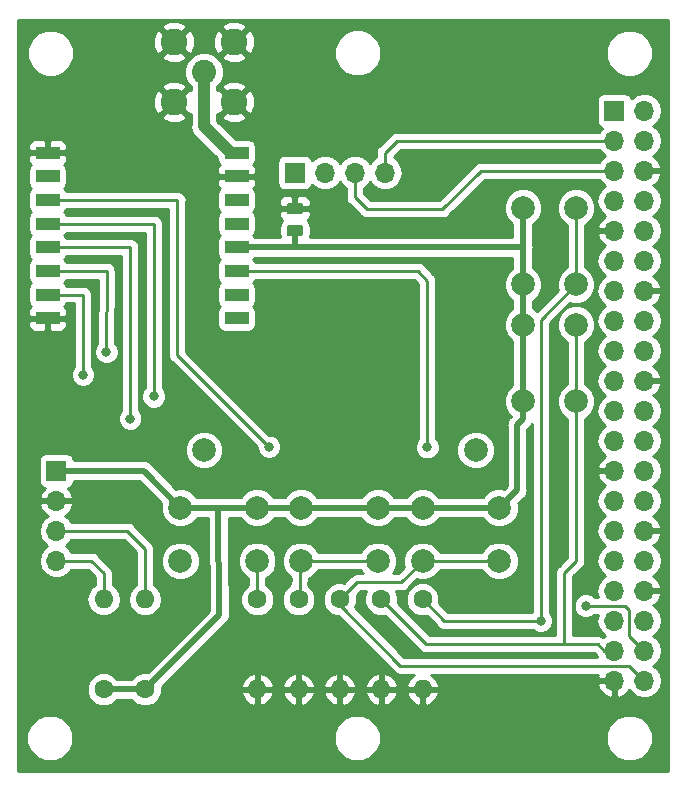
<source format=gbl>
G04 #@! TF.GenerationSoftware,KiCad,Pcbnew,(5.0.2)-1*
G04 #@! TF.CreationDate,2019-12-29T11:54:00+01:00*
G04 #@! TF.ProjectId,LoRaAPRS-GW-RPI_V20,4c6f5261-4150-4525-932d-47572d525049,rev?*
G04 #@! TF.SameCoordinates,Original*
G04 #@! TF.FileFunction,Copper,L2,Bot*
G04 #@! TF.FilePolarity,Positive*
%FSLAX46Y46*%
G04 Gerber Fmt 4.6, Leading zero omitted, Abs format (unit mm)*
G04 Created by KiCad (PCBNEW (5.0.2)-1) date 29.12.2019 11:54:00*
%MOMM*%
%LPD*%
G01*
G04 APERTURE LIST*
G04 #@! TA.AperFunction,SMDPad,CuDef*
%ADD10R,2.000000X1.000000*%
G04 #@! TD*
G04 #@! TA.AperFunction,ComponentPad*
%ADD11C,2.050000*%
G04 #@! TD*
G04 #@! TA.AperFunction,ComponentPad*
%ADD12C,2.250000*%
G04 #@! TD*
G04 #@! TA.AperFunction,ComponentPad*
%ADD13C,2.000000*%
G04 #@! TD*
G04 #@! TA.AperFunction,ComponentPad*
%ADD14R,1.700000X1.700000*%
G04 #@! TD*
G04 #@! TA.AperFunction,ComponentPad*
%ADD15O,1.700000X1.700000*%
G04 #@! TD*
G04 #@! TA.AperFunction,ComponentPad*
%ADD16C,1.600000*%
G04 #@! TD*
G04 #@! TA.AperFunction,ComponentPad*
%ADD17O,1.600000X1.600000*%
G04 #@! TD*
G04 #@! TA.AperFunction,Conductor*
%ADD18C,0.100000*%
G04 #@! TD*
G04 #@! TA.AperFunction,SMDPad,CuDef*
%ADD19C,0.975000*%
G04 #@! TD*
G04 #@! TA.AperFunction,ViaPad*
%ADD20C,0.800000*%
G04 #@! TD*
G04 #@! TA.AperFunction,Conductor*
%ADD21C,0.500000*%
G04 #@! TD*
G04 #@! TA.AperFunction,Conductor*
%ADD22C,0.250000*%
G04 #@! TD*
G04 #@! TA.AperFunction,Conductor*
%ADD23C,1.000000*%
G04 #@! TD*
G04 #@! TA.AperFunction,Conductor*
%ADD24C,0.254000*%
G04 #@! TD*
G04 APERTURE END LIST*
D10*
G04 #@! TO.P,U1,16*
G04 #@! TO.N,N/C*
X98699669Y-117141882D03*
G04 #@! TO.P,U1,15*
X98699669Y-115141882D03*
G04 #@! TO.P,U1,14*
G04 #@! TO.N,DIO0*
X98699669Y-113141882D03*
G04 #@! TO.P,U1,13*
G04 #@! TO.N,+3V3*
X98699669Y-111141882D03*
G04 #@! TO.P,U1,12*
G04 #@! TO.N,N/C*
X98699669Y-109141882D03*
G04 #@! TO.P,U1,11*
X98699669Y-107141882D03*
G04 #@! TO.P,U1,10*
G04 #@! TO.N,GND*
X98699669Y-105141882D03*
G04 #@! TO.P,U1,9*
G04 #@! TO.N,Net-(AE1-Pad1)*
X98699669Y-103141882D03*
G04 #@! TO.P,U1,8*
G04 #@! TO.N,GND*
X82699669Y-103141882D03*
G04 #@! TO.P,U1,7*
G04 #@! TO.N,N/C*
X82699669Y-105141882D03*
G04 #@! TO.P,U1,6*
G04 #@! TO.N,Reset*
X82699669Y-107141882D03*
G04 #@! TO.P,U1,5*
G04 #@! TO.N,NSS*
X82699669Y-109141882D03*
G04 #@! TO.P,U1,4*
G04 #@! TO.N,SCK*
X82699669Y-111141882D03*
G04 #@! TO.P,U1,3*
G04 #@! TO.N,MOSI*
X82699669Y-113141882D03*
G04 #@! TO.P,U1,2*
G04 #@! TO.N,MISO*
X82699669Y-115141882D03*
G04 #@! TO.P,U1,1*
G04 #@! TO.N,GND*
X82699669Y-117141882D03*
G04 #@! TD*
D11*
G04 #@! TO.P,AE1,1*
G04 #@! TO.N,Net-(AE1-Pad1)*
X95950000Y-96291000D03*
D12*
G04 #@! TO.P,AE1,2*
G04 #@! TO.N,GND*
X98490000Y-93751000D03*
X93410000Y-93751000D03*
X93410000Y-98831000D03*
X98490000Y-98831000D03*
G04 #@! TD*
D13*
G04 #@! TO.P,SW4,1*
G04 #@! TO.N,+3V3*
X122950000Y-117691000D03*
G04 #@! TO.P,SW4,2*
G04 #@! TO.N,DOWN*
X127450000Y-117691000D03*
G04 #@! TO.P,SW4,1*
G04 #@! TO.N,+3V3*
X122950000Y-124191000D03*
G04 #@! TO.P,SW4,2*
G04 #@! TO.N,DOWN*
X127450000Y-124191000D03*
G04 #@! TD*
D14*
G04 #@! TO.P,J1,1*
G04 #@! TO.N,+3V3*
X130687680Y-99573080D03*
D15*
G04 #@! TO.P,J1,2*
G04 #@! TO.N,N/C*
X133227680Y-99573080D03*
G04 #@! TO.P,J1,3*
G04 #@! TO.N,SDA*
X130687680Y-102113080D03*
G04 #@! TO.P,J1,4*
G04 #@! TO.N,N/C*
X133227680Y-102113080D03*
G04 #@! TO.P,J1,5*
G04 #@! TO.N,SCL*
X130687680Y-104653080D03*
G04 #@! TO.P,J1,6*
G04 #@! TO.N,GND*
X133227680Y-104653080D03*
G04 #@! TO.P,J1,7*
G04 #@! TO.N,N/C*
X130687680Y-107193080D03*
G04 #@! TO.P,J1,8*
X133227680Y-107193080D03*
G04 #@! TO.P,J1,9*
G04 #@! TO.N,GND*
X130687680Y-109733080D03*
G04 #@! TO.P,J1,10*
G04 #@! TO.N,N/C*
X133227680Y-109733080D03*
G04 #@! TO.P,J1,11*
X130687680Y-112273080D03*
G04 #@! TO.P,J1,12*
X133227680Y-112273080D03*
G04 #@! TO.P,J1,13*
X130687680Y-114813080D03*
G04 #@! TO.P,J1,14*
G04 #@! TO.N,GND*
X133227680Y-114813080D03*
G04 #@! TO.P,J1,15*
G04 #@! TO.N,N/C*
X130687680Y-117353080D03*
G04 #@! TO.P,J1,16*
X133227680Y-117353080D03*
G04 #@! TO.P,J1,17*
X130687680Y-119893080D03*
G04 #@! TO.P,J1,18*
X133227680Y-119893080D03*
G04 #@! TO.P,J1,19*
G04 #@! TO.N,MOSI*
X130687680Y-122433080D03*
G04 #@! TO.P,J1,20*
G04 #@! TO.N,GND*
X133227680Y-122433080D03*
G04 #@! TO.P,J1,21*
G04 #@! TO.N,MISO*
X130687680Y-124973080D03*
G04 #@! TO.P,J1,22*
G04 #@! TO.N,N/C*
X133227680Y-124973080D03*
G04 #@! TO.P,J1,23*
G04 #@! TO.N,SCK*
X130687680Y-127513080D03*
G04 #@! TO.P,J1,24*
G04 #@! TO.N,NSS*
X133227680Y-127513080D03*
G04 #@! TO.P,J1,25*
G04 #@! TO.N,GND*
X130687680Y-130053080D03*
G04 #@! TO.P,J1,26*
G04 #@! TO.N,N/C*
X133227680Y-130053080D03*
G04 #@! TO.P,J1,27*
X130687680Y-132593080D03*
G04 #@! TO.P,J1,28*
X133227680Y-132593080D03*
G04 #@! TO.P,J1,29*
G04 #@! TO.N,DIO0*
X130687680Y-135133080D03*
G04 #@! TO.P,J1,30*
G04 #@! TO.N,GND*
X133227680Y-135133080D03*
G04 #@! TO.P,J1,31*
G04 #@! TO.N,Reset*
X130687680Y-137673080D03*
G04 #@! TO.P,J1,32*
G04 #@! TO.N,N/C*
X133227680Y-137673080D03*
G04 #@! TO.P,J1,33*
X130687680Y-140213080D03*
G04 #@! TO.P,J1,34*
G04 #@! TO.N,GND*
X133227680Y-140213080D03*
G04 #@! TO.P,J1,35*
G04 #@! TO.N,UP*
X130687680Y-142753080D03*
G04 #@! TO.P,J1,36*
G04 #@! TO.N,T1*
X133227680Y-142753080D03*
G04 #@! TO.P,J1,37*
G04 #@! TO.N,DOWN*
X130687680Y-145293080D03*
G04 #@! TO.P,J1,38*
G04 #@! TO.N,T2*
X133227680Y-145293080D03*
G04 #@! TO.P,J1,39*
G04 #@! TO.N,GND*
X130687680Y-147833080D03*
G04 #@! TO.P,J1,40*
G04 #@! TO.N,T3*
X133227680Y-147833080D03*
G04 #@! TD*
G04 #@! TO.P,J3,4*
G04 #@! TO.N,SDA*
X83450000Y-137691000D03*
G04 #@! TO.P,J3,3*
G04 #@! TO.N,SCL*
X83450000Y-135151000D03*
G04 #@! TO.P,J3,2*
G04 #@! TO.N,GND*
X83450000Y-132611000D03*
D14*
G04 #@! TO.P,J3,1*
G04 #@! TO.N,+3V3*
X83450000Y-130071000D03*
G04 #@! TD*
D13*
G04 #@! TO.P,SW2,2*
G04 #@! TO.N,T2*
X104160000Y-137691000D03*
G04 #@! TO.P,SW2,1*
G04 #@! TO.N,+3V3*
X104160000Y-133191000D03*
G04 #@! TO.P,SW2,2*
G04 #@! TO.N,T2*
X110660000Y-137691000D03*
G04 #@! TO.P,SW2,1*
G04 #@! TO.N,+3V3*
X110660000Y-133191000D03*
G04 #@! TD*
G04 #@! TO.P,SW5,2*
G04 #@! TO.N,UP*
X127450000Y-114291000D03*
G04 #@! TO.P,SW5,1*
G04 #@! TO.N,+3V3*
X122950000Y-114291000D03*
G04 #@! TO.P,SW5,2*
G04 #@! TO.N,UP*
X127450000Y-107791000D03*
G04 #@! TO.P,SW5,1*
G04 #@! TO.N,+3V3*
X122950000Y-107791000D03*
G04 #@! TD*
D16*
G04 #@! TO.P,R2,1*
G04 #@! TO.N,T2*
X103950000Y-140941000D03*
D17*
G04 #@! TO.P,R2,2*
G04 #@! TO.N,GND*
X103950000Y-148561000D03*
G04 #@! TD*
G04 #@! TO.P,R4,2*
G04 #@! TO.N,GND*
X110950000Y-148561000D03*
D16*
G04 #@! TO.P,R4,1*
G04 #@! TO.N,DOWN*
X110950000Y-140941000D03*
G04 #@! TD*
G04 #@! TO.P,R5,1*
G04 #@! TO.N,UP*
X114450000Y-140941000D03*
D17*
G04 #@! TO.P,R5,2*
G04 #@! TO.N,GND*
X114450000Y-148561000D03*
G04 #@! TD*
G04 #@! TO.P,R1,2*
G04 #@! TO.N,GND*
X100450000Y-148561000D03*
D16*
G04 #@! TO.P,R1,1*
G04 #@! TO.N,T1*
X100450000Y-140941000D03*
G04 #@! TD*
G04 #@! TO.P,R3,1*
G04 #@! TO.N,T3*
X107450000Y-140941000D03*
D17*
G04 #@! TO.P,R3,2*
G04 #@! TO.N,GND*
X107450000Y-148561000D03*
G04 #@! TD*
D13*
G04 #@! TO.P,SW1,1*
G04 #@! TO.N,+3V3*
X100450000Y-133191000D03*
G04 #@! TO.P,SW1,2*
G04 #@! TO.N,T1*
X100450000Y-137691000D03*
G04 #@! TO.P,SW1,1*
G04 #@! TO.N,+3V3*
X93950000Y-133191000D03*
G04 #@! TO.P,SW1,2*
G04 #@! TO.N,T1*
X93950000Y-137691000D03*
G04 #@! TD*
G04 #@! TO.P,SW3,2*
G04 #@! TO.N,T3*
X114450000Y-137691000D03*
G04 #@! TO.P,SW3,1*
G04 #@! TO.N,+3V3*
X114450000Y-133191000D03*
G04 #@! TO.P,SW3,2*
G04 #@! TO.N,T3*
X120950000Y-137691000D03*
G04 #@! TO.P,SW3,1*
G04 #@! TO.N,+3V3*
X120950000Y-133191000D03*
G04 #@! TD*
G04 #@! TO.P,J2,6*
G04 #@! TO.N,N/C*
X118950000Y-128312857D03*
G04 #@! TO.P,J2,5*
X95950000Y-128312857D03*
D15*
G04 #@! TO.P,J2,4*
G04 #@! TO.N,SDA*
X111260000Y-104812857D03*
G04 #@! TO.P,J2,3*
G04 #@! TO.N,SCL*
X108720000Y-104812857D03*
G04 #@! TO.P,J2,2*
G04 #@! TO.N,D2*
X106180000Y-104812857D03*
D14*
G04 #@! TO.P,J2,1*
G04 #@! TO.N,D1*
X103640000Y-104812857D03*
G04 #@! TD*
D16*
G04 #@! TO.P,R6,1*
G04 #@! TO.N,+3V3*
X87450000Y-148561000D03*
D17*
G04 #@! TO.P,R6,2*
G04 #@! TO.N,SDA*
X87450000Y-140941000D03*
G04 #@! TD*
G04 #@! TO.P,R7,2*
G04 #@! TO.N,SCL*
X90950000Y-140941000D03*
D16*
G04 #@! TO.P,R7,1*
G04 #@! TO.N,+3V3*
X90950000Y-148561000D03*
G04 #@! TD*
D18*
G04 #@! TO.N,+3V3*
G04 #@! TO.C,C1*
G36*
X104120142Y-109242174D02*
X104143803Y-109245684D01*
X104167007Y-109251496D01*
X104189529Y-109259554D01*
X104211153Y-109269782D01*
X104231670Y-109282079D01*
X104250883Y-109296329D01*
X104268607Y-109312393D01*
X104284671Y-109330117D01*
X104298921Y-109349330D01*
X104311218Y-109369847D01*
X104321446Y-109391471D01*
X104329504Y-109413993D01*
X104335316Y-109437197D01*
X104338826Y-109460858D01*
X104340000Y-109484750D01*
X104340000Y-109972250D01*
X104338826Y-109996142D01*
X104335316Y-110019803D01*
X104329504Y-110043007D01*
X104321446Y-110065529D01*
X104311218Y-110087153D01*
X104298921Y-110107670D01*
X104284671Y-110126883D01*
X104268607Y-110144607D01*
X104250883Y-110160671D01*
X104231670Y-110174921D01*
X104211153Y-110187218D01*
X104189529Y-110197446D01*
X104167007Y-110205504D01*
X104143803Y-110211316D01*
X104120142Y-110214826D01*
X104096250Y-110216000D01*
X103183750Y-110216000D01*
X103159858Y-110214826D01*
X103136197Y-110211316D01*
X103112993Y-110205504D01*
X103090471Y-110197446D01*
X103068847Y-110187218D01*
X103048330Y-110174921D01*
X103029117Y-110160671D01*
X103011393Y-110144607D01*
X102995329Y-110126883D01*
X102981079Y-110107670D01*
X102968782Y-110087153D01*
X102958554Y-110065529D01*
X102950496Y-110043007D01*
X102944684Y-110019803D01*
X102941174Y-109996142D01*
X102940000Y-109972250D01*
X102940000Y-109484750D01*
X102941174Y-109460858D01*
X102944684Y-109437197D01*
X102950496Y-109413993D01*
X102958554Y-109391471D01*
X102968782Y-109369847D01*
X102981079Y-109349330D01*
X102995329Y-109330117D01*
X103011393Y-109312393D01*
X103029117Y-109296329D01*
X103048330Y-109282079D01*
X103068847Y-109269782D01*
X103090471Y-109259554D01*
X103112993Y-109251496D01*
X103136197Y-109245684D01*
X103159858Y-109242174D01*
X103183750Y-109241000D01*
X104096250Y-109241000D01*
X104120142Y-109242174D01*
X104120142Y-109242174D01*
G37*
D19*
G04 #@! TD*
G04 #@! TO.P,C1,1*
G04 #@! TO.N,+3V3*
X103640000Y-109728500D03*
D18*
G04 #@! TO.N,GND*
G04 #@! TO.C,C1*
G36*
X104120142Y-107367174D02*
X104143803Y-107370684D01*
X104167007Y-107376496D01*
X104189529Y-107384554D01*
X104211153Y-107394782D01*
X104231670Y-107407079D01*
X104250883Y-107421329D01*
X104268607Y-107437393D01*
X104284671Y-107455117D01*
X104298921Y-107474330D01*
X104311218Y-107494847D01*
X104321446Y-107516471D01*
X104329504Y-107538993D01*
X104335316Y-107562197D01*
X104338826Y-107585858D01*
X104340000Y-107609750D01*
X104340000Y-108097250D01*
X104338826Y-108121142D01*
X104335316Y-108144803D01*
X104329504Y-108168007D01*
X104321446Y-108190529D01*
X104311218Y-108212153D01*
X104298921Y-108232670D01*
X104284671Y-108251883D01*
X104268607Y-108269607D01*
X104250883Y-108285671D01*
X104231670Y-108299921D01*
X104211153Y-108312218D01*
X104189529Y-108322446D01*
X104167007Y-108330504D01*
X104143803Y-108336316D01*
X104120142Y-108339826D01*
X104096250Y-108341000D01*
X103183750Y-108341000D01*
X103159858Y-108339826D01*
X103136197Y-108336316D01*
X103112993Y-108330504D01*
X103090471Y-108322446D01*
X103068847Y-108312218D01*
X103048330Y-108299921D01*
X103029117Y-108285671D01*
X103011393Y-108269607D01*
X102995329Y-108251883D01*
X102981079Y-108232670D01*
X102968782Y-108212153D01*
X102958554Y-108190529D01*
X102950496Y-108168007D01*
X102944684Y-108144803D01*
X102941174Y-108121142D01*
X102940000Y-108097250D01*
X102940000Y-107609750D01*
X102941174Y-107585858D01*
X102944684Y-107562197D01*
X102950496Y-107538993D01*
X102958554Y-107516471D01*
X102968782Y-107494847D01*
X102981079Y-107474330D01*
X102995329Y-107455117D01*
X103011393Y-107437393D01*
X103029117Y-107421329D01*
X103048330Y-107407079D01*
X103068847Y-107394782D01*
X103090471Y-107384554D01*
X103112993Y-107376496D01*
X103136197Y-107370684D01*
X103159858Y-107367174D01*
X103183750Y-107366000D01*
X104096250Y-107366000D01*
X104120142Y-107367174D01*
X104120142Y-107367174D01*
G37*
D19*
G04 #@! TD*
G04 #@! TO.P,C1,2*
G04 #@! TO.N,GND*
X103640000Y-107853500D03*
D20*
G04 #@! TO.N,GND*
X104880000Y-102227000D03*
X113262000Y-105021000D03*
X110950000Y-142973000D03*
X109990000Y-106336857D03*
G04 #@! TO.N,DIO0*
X114855600Y-128066000D03*
G04 #@! TO.N,Reset*
X101450000Y-128041000D03*
G04 #@! TO.N,MOSI*
X87687680Y-120013080D03*
G04 #@! TO.N,MISO*
X85705600Y-121941000D03*
G04 #@! TO.N,SCK*
X89699669Y-125641882D03*
G04 #@! TO.N,NSS*
X91687680Y-123763080D03*
G04 #@! TO.N,T2*
X128270000Y-141491000D03*
G04 #@! TO.N,UP*
X124470000Y-142753080D03*
G04 #@! TD*
D21*
G04 #@! TO.N,+3V3*
X110670000Y-132691000D02*
X110660000Y-132681000D01*
X100460000Y-132681000D02*
X100450000Y-132691000D01*
X122950000Y-117691000D02*
X122950000Y-114291000D01*
X93930000Y-133211000D02*
X93950000Y-133191000D01*
X93950000Y-133191000D02*
X100450000Y-133191000D01*
X100450000Y-133191000D02*
X104160000Y-133191000D01*
X104160000Y-133191000D02*
X110660000Y-133191000D01*
X112074213Y-133191000D02*
X114450000Y-133191000D01*
X110660000Y-133191000D02*
X112074213Y-133191000D01*
X114450000Y-133191000D02*
X120950000Y-133191000D01*
X90830000Y-130071000D02*
X93950000Y-133191000D01*
X83450000Y-130071000D02*
X90830000Y-130071000D01*
X122950000Y-124191000D02*
X122950000Y-117691000D01*
X122950000Y-125691000D02*
X122450000Y-126191000D01*
X122950000Y-124191000D02*
X122950000Y-125691000D01*
X122450000Y-126191000D02*
X122450000Y-131691000D01*
X122450000Y-131691000D02*
X120950000Y-133191000D01*
X122950000Y-114291000D02*
X122950000Y-111141882D01*
X122950000Y-111141882D02*
X122950000Y-107791000D01*
X83450000Y-130071000D02*
X84652081Y-130071000D01*
X87450000Y-148561000D02*
X90950000Y-148561000D01*
X91749999Y-147761001D02*
X90950000Y-148561000D01*
X97148000Y-133191000D02*
X97252000Y-142259000D01*
X97252000Y-142259000D02*
X91749999Y-147761001D01*
X103640000Y-109728500D02*
X103640000Y-111062857D01*
X98699669Y-111141882D02*
X122950000Y-111141882D01*
D22*
G04 #@! TO.N,SDA*
X111260000Y-103153551D02*
X111260000Y-104812857D01*
X130687680Y-102113080D02*
X112300471Y-102113080D01*
X112300471Y-102113080D02*
X111260000Y-103153551D01*
X83450000Y-137691000D02*
X86410000Y-137691000D01*
X86410000Y-137691000D02*
X87450000Y-138731000D01*
X87450000Y-138731000D02*
X87450000Y-140941000D01*
G04 #@! TO.N,SCL*
X83450000Y-135151000D02*
X89450000Y-135151000D01*
X89450000Y-135151000D02*
X90950000Y-136651000D01*
X90950000Y-136651000D02*
X90950000Y-140941000D01*
X108720000Y-106921000D02*
X108720000Y-104812857D01*
X109740000Y-107941000D02*
X108720000Y-106921000D01*
X116124551Y-107941000D02*
X109740000Y-107941000D01*
X130687680Y-104653080D02*
X119412471Y-104653080D01*
X119412471Y-104653080D02*
X116124551Y-107941000D01*
G04 #@! TO.N,DIO0*
X114855600Y-128059813D02*
X114855600Y-128066000D01*
X114030882Y-113141882D02*
X98699669Y-113141882D01*
X114855600Y-128066000D02*
X114855600Y-113966600D01*
X114855600Y-113966600D02*
X114030882Y-113141882D01*
G04 #@! TO.N,Reset*
X101450000Y-128041000D02*
X93699669Y-120290669D01*
X93699669Y-107141882D02*
X82699669Y-107141882D01*
X93699669Y-120290669D02*
X93699669Y-107141882D01*
D23*
G04 #@! TO.N,Net-(AE1-Pad1)*
X98699669Y-103141882D02*
X98191669Y-103141882D01*
X95950000Y-100892213D02*
X98199669Y-103141882D01*
X95950000Y-96291000D02*
X95950000Y-100892213D01*
X98199669Y-103141882D02*
X98699669Y-103141882D01*
D22*
G04 #@! TO.N,MOSI*
X87699669Y-113141882D02*
X87687680Y-120013080D01*
X82699669Y-113141882D02*
X87699669Y-113141882D01*
G04 #@! TO.N,MISO*
X85699669Y-115141882D02*
X85705600Y-121941000D01*
X82699669Y-115141882D02*
X85699669Y-115141882D01*
X85705600Y-121941000D02*
X85705600Y-121941000D01*
G04 #@! TO.N,SCK*
X89699669Y-111141882D02*
X89699669Y-125641882D01*
X82699669Y-111141882D02*
X89699669Y-111141882D01*
X89699669Y-125641882D02*
X89699669Y-125641882D01*
G04 #@! TO.N,NSS*
X91699669Y-109141882D02*
X91687680Y-123763080D01*
X82699669Y-109141882D02*
X91699669Y-109141882D01*
X91687680Y-123763080D02*
X91687680Y-123763080D01*
G04 #@! TO.N,T3*
X115864213Y-137691000D02*
X120950000Y-137691000D01*
X114450000Y-137691000D02*
X115864213Y-137691000D01*
X131965600Y-146571000D02*
X133227680Y-147833080D01*
X112572000Y-146571000D02*
X131965600Y-146571000D01*
X107450000Y-140941000D02*
X107450000Y-141449000D01*
X107450000Y-141449000D02*
X112572000Y-146571000D01*
X112650000Y-139491000D02*
X114450000Y-137691000D01*
X107450000Y-140941000D02*
X108900000Y-139491000D01*
X108900000Y-139491000D02*
X112650000Y-139491000D01*
G04 #@! TO.N,T2*
X131610000Y-141491000D02*
X128270000Y-141491000D01*
X131960000Y-141841000D02*
X131610000Y-141491000D01*
X133227680Y-145293080D02*
X131960000Y-144025400D01*
X131960000Y-144025400D02*
X131960000Y-141841000D01*
X103950000Y-140941000D02*
X104160000Y-137691000D01*
X104160000Y-137691000D02*
X110660000Y-137691000D01*
X128270000Y-141491000D02*
X128270000Y-141491000D01*
G04 #@! TO.N,T1*
X100450000Y-140941000D02*
X100450000Y-137691000D01*
G04 #@! TO.N,UP*
X127450000Y-107791000D02*
X127450000Y-114291000D01*
X116262080Y-142753080D02*
X114450000Y-140941000D01*
X124470000Y-142753080D02*
X116262080Y-142753080D01*
X124470000Y-142753080D02*
X124470000Y-117271000D01*
X124470000Y-117271000D02*
X127450000Y-114291000D01*
G04 #@! TO.N,DOWN*
X127450000Y-124191000D02*
X127450000Y-117691000D01*
X129814160Y-145293080D02*
X130687680Y-145293080D01*
X129272080Y-144751000D02*
X129814160Y-145293080D01*
X110950000Y-140941000D02*
X114760000Y-144751000D01*
X114760000Y-144751000D02*
X129272080Y-144751000D01*
X126450000Y-138691000D02*
X126450000Y-144693080D01*
X127450000Y-124191000D02*
X127450000Y-137691000D01*
X127450000Y-137691000D02*
X126450000Y-138691000D01*
G04 #@! TD*
D24*
G04 #@! TO.N,GND*
G36*
X135215001Y-155456000D02*
X80185000Y-155456000D01*
X80185000Y-152296159D01*
X80917800Y-152296159D01*
X80917800Y-153085841D01*
X81219999Y-153815412D01*
X81778388Y-154373801D01*
X82507959Y-154676000D01*
X83297641Y-154676000D01*
X84027212Y-154373801D01*
X84585601Y-153815412D01*
X84887800Y-153085841D01*
X84887800Y-152296159D01*
X106924000Y-152296159D01*
X106924000Y-153085841D01*
X107226199Y-153815412D01*
X107784588Y-154373801D01*
X108514159Y-154676000D01*
X109303841Y-154676000D01*
X110033412Y-154373801D01*
X110591801Y-153815412D01*
X110894000Y-153085841D01*
X110894000Y-152296159D01*
X129965000Y-152296159D01*
X129965000Y-153085841D01*
X130267199Y-153815412D01*
X130825588Y-154373801D01*
X131555159Y-154676000D01*
X132344841Y-154676000D01*
X133074412Y-154373801D01*
X133632801Y-153815412D01*
X133935000Y-153085841D01*
X133935000Y-152296159D01*
X133632801Y-151566588D01*
X133074412Y-151008199D01*
X132344841Y-150706000D01*
X131555159Y-150706000D01*
X130825588Y-151008199D01*
X130267199Y-151566588D01*
X129965000Y-152296159D01*
X110894000Y-152296159D01*
X110591801Y-151566588D01*
X110033412Y-151008199D01*
X109303841Y-150706000D01*
X108514159Y-150706000D01*
X107784588Y-151008199D01*
X107226199Y-151566588D01*
X106924000Y-152296159D01*
X84887800Y-152296159D01*
X84585601Y-151566588D01*
X84027212Y-151008199D01*
X83297641Y-150706000D01*
X82507959Y-150706000D01*
X81778388Y-151008199D01*
X81219999Y-151566588D01*
X80917800Y-152296159D01*
X80185000Y-152296159D01*
X80185000Y-135151000D01*
X81935908Y-135151000D01*
X82051161Y-135730418D01*
X82379375Y-136221625D01*
X82677761Y-136421000D01*
X82379375Y-136620375D01*
X82051161Y-137111582D01*
X81935908Y-137691000D01*
X82051161Y-138270418D01*
X82379375Y-138761625D01*
X82870582Y-139089839D01*
X83303744Y-139176000D01*
X83596256Y-139176000D01*
X84029418Y-139089839D01*
X84520625Y-138761625D01*
X84728178Y-138451000D01*
X86095199Y-138451000D01*
X86690000Y-139045802D01*
X86690000Y-139722956D01*
X86415423Y-139906423D01*
X86098260Y-140381091D01*
X85986887Y-140941000D01*
X86098260Y-141500909D01*
X86415423Y-141975577D01*
X86890091Y-142292740D01*
X87308667Y-142376000D01*
X87591333Y-142376000D01*
X88009909Y-142292740D01*
X88484577Y-141975577D01*
X88801740Y-141500909D01*
X88913113Y-140941000D01*
X88801740Y-140381091D01*
X88484577Y-139906423D01*
X88210000Y-139722957D01*
X88210000Y-138805846D01*
X88224888Y-138730999D01*
X88210000Y-138656152D01*
X88210000Y-138656148D01*
X88165904Y-138434463D01*
X87997929Y-138183071D01*
X87934473Y-138140671D01*
X87000331Y-137206530D01*
X86957929Y-137143071D01*
X86706537Y-136975096D01*
X86484852Y-136931000D01*
X86484847Y-136931000D01*
X86410000Y-136916112D01*
X86335153Y-136931000D01*
X84728178Y-136931000D01*
X84520625Y-136620375D01*
X84222239Y-136421000D01*
X84520625Y-136221625D01*
X84728178Y-135911000D01*
X89135199Y-135911000D01*
X90190000Y-136965803D01*
X90190001Y-139722956D01*
X89915423Y-139906423D01*
X89598260Y-140381091D01*
X89486887Y-140941000D01*
X89598260Y-141500909D01*
X89915423Y-141975577D01*
X90390091Y-142292740D01*
X90808667Y-142376000D01*
X91091333Y-142376000D01*
X91509909Y-142292740D01*
X91984577Y-141975577D01*
X92301740Y-141500909D01*
X92413113Y-140941000D01*
X92301740Y-140381091D01*
X91984577Y-139906423D01*
X91710000Y-139722957D01*
X91710000Y-137365778D01*
X92315000Y-137365778D01*
X92315000Y-138016222D01*
X92563914Y-138617153D01*
X93023847Y-139077086D01*
X93624778Y-139326000D01*
X94275222Y-139326000D01*
X94876153Y-139077086D01*
X95336086Y-138617153D01*
X95585000Y-138016222D01*
X95585000Y-137365778D01*
X95336086Y-136764847D01*
X94876153Y-136304914D01*
X94275222Y-136056000D01*
X93624778Y-136056000D01*
X93023847Y-136304914D01*
X92563914Y-136764847D01*
X92315000Y-137365778D01*
X91710000Y-137365778D01*
X91710000Y-136725846D01*
X91724888Y-136650999D01*
X91710000Y-136576152D01*
X91710000Y-136576148D01*
X91665904Y-136354463D01*
X91612301Y-136274241D01*
X91540329Y-136166526D01*
X91540327Y-136166524D01*
X91497929Y-136103071D01*
X91434476Y-136060673D01*
X90040331Y-134666530D01*
X89997929Y-134603071D01*
X89746537Y-134435096D01*
X89524852Y-134391000D01*
X89524847Y-134391000D01*
X89450000Y-134376112D01*
X89375153Y-134391000D01*
X84728178Y-134391000D01*
X84520625Y-134080375D01*
X84201522Y-133867157D01*
X84331358Y-133806183D01*
X84721645Y-133377924D01*
X84891476Y-132967890D01*
X84770155Y-132738000D01*
X83577000Y-132738000D01*
X83577000Y-132758000D01*
X83323000Y-132758000D01*
X83323000Y-132738000D01*
X82129845Y-132738000D01*
X82008524Y-132967890D01*
X82178355Y-133377924D01*
X82568642Y-133806183D01*
X82698478Y-133867157D01*
X82379375Y-134080375D01*
X82051161Y-134571582D01*
X81935908Y-135151000D01*
X80185000Y-135151000D01*
X80185000Y-129221000D01*
X81952560Y-129221000D01*
X81952560Y-130921000D01*
X82001843Y-131168765D01*
X82142191Y-131378809D01*
X82352235Y-131519157D01*
X82455708Y-131539739D01*
X82178355Y-131844076D01*
X82008524Y-132254110D01*
X82129845Y-132484000D01*
X83323000Y-132484000D01*
X83323000Y-132464000D01*
X83577000Y-132464000D01*
X83577000Y-132484000D01*
X84770155Y-132484000D01*
X84891476Y-132254110D01*
X84721645Y-131844076D01*
X84444292Y-131539739D01*
X84547765Y-131519157D01*
X84757809Y-131378809D01*
X84898157Y-131168765D01*
X84940478Y-130956000D01*
X90463422Y-130956000D01*
X92332046Y-132824625D01*
X92315000Y-132865778D01*
X92315000Y-133516222D01*
X92563914Y-134117153D01*
X93023847Y-134577086D01*
X93624778Y-134826000D01*
X94275222Y-134826000D01*
X94876153Y-134577086D01*
X95336086Y-134117153D01*
X95353132Y-134076000D01*
X96273092Y-134076000D01*
X96362786Y-141896635D01*
X91185847Y-147073575D01*
X91185844Y-147073577D01*
X91133421Y-147126000D01*
X90664561Y-147126000D01*
X90137138Y-147344466D01*
X89805604Y-147676000D01*
X88594396Y-147676000D01*
X88262862Y-147344466D01*
X87735439Y-147126000D01*
X87164561Y-147126000D01*
X86637138Y-147344466D01*
X86233466Y-147748138D01*
X86015000Y-148275561D01*
X86015000Y-148846439D01*
X86233466Y-149373862D01*
X86637138Y-149777534D01*
X87164561Y-149996000D01*
X87735439Y-149996000D01*
X88262862Y-149777534D01*
X88594396Y-149446000D01*
X89805604Y-149446000D01*
X90137138Y-149777534D01*
X90664561Y-149996000D01*
X91235439Y-149996000D01*
X91762862Y-149777534D01*
X92166534Y-149373862D01*
X92358655Y-148910041D01*
X99058086Y-148910041D01*
X99297611Y-149416134D01*
X99712577Y-149792041D01*
X100100961Y-149952904D01*
X100323000Y-149830915D01*
X100323000Y-148688000D01*
X100577000Y-148688000D01*
X100577000Y-149830915D01*
X100799039Y-149952904D01*
X101187423Y-149792041D01*
X101602389Y-149416134D01*
X101841914Y-148910041D01*
X102558086Y-148910041D01*
X102797611Y-149416134D01*
X103212577Y-149792041D01*
X103600961Y-149952904D01*
X103823000Y-149830915D01*
X103823000Y-148688000D01*
X104077000Y-148688000D01*
X104077000Y-149830915D01*
X104299039Y-149952904D01*
X104687423Y-149792041D01*
X105102389Y-149416134D01*
X105341914Y-148910041D01*
X106058086Y-148910041D01*
X106297611Y-149416134D01*
X106712577Y-149792041D01*
X107100961Y-149952904D01*
X107323000Y-149830915D01*
X107323000Y-148688000D01*
X107577000Y-148688000D01*
X107577000Y-149830915D01*
X107799039Y-149952904D01*
X108187423Y-149792041D01*
X108602389Y-149416134D01*
X108841914Y-148910041D01*
X109558086Y-148910041D01*
X109797611Y-149416134D01*
X110212577Y-149792041D01*
X110600961Y-149952904D01*
X110823000Y-149830915D01*
X110823000Y-148688000D01*
X111077000Y-148688000D01*
X111077000Y-149830915D01*
X111299039Y-149952904D01*
X111687423Y-149792041D01*
X112102389Y-149416134D01*
X112341914Y-148910041D01*
X113058086Y-148910041D01*
X113297611Y-149416134D01*
X113712577Y-149792041D01*
X114100961Y-149952904D01*
X114323000Y-149830915D01*
X114323000Y-148688000D01*
X114577000Y-148688000D01*
X114577000Y-149830915D01*
X114799039Y-149952904D01*
X115187423Y-149792041D01*
X115602389Y-149416134D01*
X115841914Y-148910041D01*
X115720629Y-148688000D01*
X114577000Y-148688000D01*
X114323000Y-148688000D01*
X113179371Y-148688000D01*
X113058086Y-148910041D01*
X112341914Y-148910041D01*
X112220629Y-148688000D01*
X111077000Y-148688000D01*
X110823000Y-148688000D01*
X109679371Y-148688000D01*
X109558086Y-148910041D01*
X108841914Y-148910041D01*
X108720629Y-148688000D01*
X107577000Y-148688000D01*
X107323000Y-148688000D01*
X106179371Y-148688000D01*
X106058086Y-148910041D01*
X105341914Y-148910041D01*
X105220629Y-148688000D01*
X104077000Y-148688000D01*
X103823000Y-148688000D01*
X102679371Y-148688000D01*
X102558086Y-148910041D01*
X101841914Y-148910041D01*
X101720629Y-148688000D01*
X100577000Y-148688000D01*
X100323000Y-148688000D01*
X99179371Y-148688000D01*
X99058086Y-148910041D01*
X92358655Y-148910041D01*
X92385000Y-148846439D01*
X92385000Y-148377579D01*
X92437423Y-148325156D01*
X92437425Y-148325153D01*
X92550619Y-148211959D01*
X99058086Y-148211959D01*
X99179371Y-148434000D01*
X100323000Y-148434000D01*
X100323000Y-147291085D01*
X100577000Y-147291085D01*
X100577000Y-148434000D01*
X101720629Y-148434000D01*
X101841914Y-148211959D01*
X102558086Y-148211959D01*
X102679371Y-148434000D01*
X103823000Y-148434000D01*
X103823000Y-147291085D01*
X104077000Y-147291085D01*
X104077000Y-148434000D01*
X105220629Y-148434000D01*
X105341914Y-148211959D01*
X106058086Y-148211959D01*
X106179371Y-148434000D01*
X107323000Y-148434000D01*
X107323000Y-147291085D01*
X107577000Y-147291085D01*
X107577000Y-148434000D01*
X108720629Y-148434000D01*
X108841914Y-148211959D01*
X109558086Y-148211959D01*
X109679371Y-148434000D01*
X110823000Y-148434000D01*
X110823000Y-147291085D01*
X111077000Y-147291085D01*
X111077000Y-148434000D01*
X112220629Y-148434000D01*
X112341914Y-148211959D01*
X112102389Y-147705866D01*
X111687423Y-147329959D01*
X111299039Y-147169096D01*
X111077000Y-147291085D01*
X110823000Y-147291085D01*
X110600961Y-147169096D01*
X110212577Y-147329959D01*
X109797611Y-147705866D01*
X109558086Y-148211959D01*
X108841914Y-148211959D01*
X108602389Y-147705866D01*
X108187423Y-147329959D01*
X107799039Y-147169096D01*
X107577000Y-147291085D01*
X107323000Y-147291085D01*
X107100961Y-147169096D01*
X106712577Y-147329959D01*
X106297611Y-147705866D01*
X106058086Y-148211959D01*
X105341914Y-148211959D01*
X105102389Y-147705866D01*
X104687423Y-147329959D01*
X104299039Y-147169096D01*
X104077000Y-147291085D01*
X103823000Y-147291085D01*
X103600961Y-147169096D01*
X103212577Y-147329959D01*
X102797611Y-147705866D01*
X102558086Y-148211959D01*
X101841914Y-148211959D01*
X101602389Y-147705866D01*
X101187423Y-147329959D01*
X100799039Y-147169096D01*
X100577000Y-147291085D01*
X100323000Y-147291085D01*
X100100961Y-147169096D01*
X99712577Y-147329959D01*
X99297611Y-147705866D01*
X99058086Y-148211959D01*
X92550619Y-148211959D01*
X97819781Y-142942798D01*
X97897324Y-142889689D01*
X97990632Y-142746517D01*
X98085651Y-142604311D01*
X98086679Y-142599142D01*
X98089557Y-142594726D01*
X98120990Y-142426649D01*
X98154337Y-142259001D01*
X98136001Y-142166817D01*
X98080939Y-137365778D01*
X98815000Y-137365778D01*
X98815000Y-138016222D01*
X99063914Y-138617153D01*
X99523847Y-139077086D01*
X99690001Y-139145909D01*
X99690000Y-139702570D01*
X99637138Y-139724466D01*
X99233466Y-140128138D01*
X99015000Y-140655561D01*
X99015000Y-141226439D01*
X99233466Y-141753862D01*
X99637138Y-142157534D01*
X100164561Y-142376000D01*
X100735439Y-142376000D01*
X101262862Y-142157534D01*
X101666534Y-141753862D01*
X101885000Y-141226439D01*
X101885000Y-140655561D01*
X101666534Y-140128138D01*
X101262862Y-139724466D01*
X101210000Y-139702570D01*
X101210000Y-139145909D01*
X101376153Y-139077086D01*
X101836086Y-138617153D01*
X102085000Y-138016222D01*
X102085000Y-137365778D01*
X101836086Y-136764847D01*
X101376153Y-136304914D01*
X100775222Y-136056000D01*
X100124778Y-136056000D01*
X99523847Y-136304914D01*
X99063914Y-136764847D01*
X98815000Y-137365778D01*
X98080939Y-137365778D01*
X98043208Y-134076000D01*
X99046868Y-134076000D01*
X99063914Y-134117153D01*
X99523847Y-134577086D01*
X100124778Y-134826000D01*
X100775222Y-134826000D01*
X101376153Y-134577086D01*
X101836086Y-134117153D01*
X101853132Y-134076000D01*
X102756868Y-134076000D01*
X102773914Y-134117153D01*
X103233847Y-134577086D01*
X103834778Y-134826000D01*
X104485222Y-134826000D01*
X105086153Y-134577086D01*
X105546086Y-134117153D01*
X105563132Y-134076000D01*
X109256868Y-134076000D01*
X109273914Y-134117153D01*
X109733847Y-134577086D01*
X110334778Y-134826000D01*
X110985222Y-134826000D01*
X111586153Y-134577086D01*
X112046086Y-134117153D01*
X112063132Y-134076000D01*
X113046868Y-134076000D01*
X113063914Y-134117153D01*
X113523847Y-134577086D01*
X114124778Y-134826000D01*
X114775222Y-134826000D01*
X115376153Y-134577086D01*
X115836086Y-134117153D01*
X115853132Y-134076000D01*
X119546868Y-134076000D01*
X119563914Y-134117153D01*
X120023847Y-134577086D01*
X120624778Y-134826000D01*
X121275222Y-134826000D01*
X121876153Y-134577086D01*
X122336086Y-134117153D01*
X122585000Y-133516222D01*
X122585000Y-132865778D01*
X122567954Y-132824625D01*
X123014156Y-132378423D01*
X123088049Y-132329049D01*
X123283652Y-132036310D01*
X123335000Y-131778165D01*
X123335000Y-131778161D01*
X123352337Y-131691001D01*
X123335000Y-131603841D01*
X123335000Y-126557578D01*
X123514153Y-126378425D01*
X123588049Y-126329049D01*
X123710001Y-126146536D01*
X123710000Y-141993080D01*
X116576882Y-141993080D01*
X115863103Y-141279302D01*
X115885000Y-141226439D01*
X115885000Y-140655561D01*
X115666534Y-140128138D01*
X115262862Y-139724466D01*
X114735439Y-139506000D01*
X114164561Y-139506000D01*
X113637138Y-139724466D01*
X113233466Y-140128138D01*
X113015000Y-140655561D01*
X113015000Y-141226439D01*
X113233466Y-141753862D01*
X113637138Y-142157534D01*
X114164561Y-142376000D01*
X114735439Y-142376000D01*
X114788302Y-142354103D01*
X115671751Y-143237553D01*
X115714151Y-143301009D01*
X115965543Y-143468984D01*
X116187228Y-143513080D01*
X116187232Y-143513080D01*
X116262079Y-143527968D01*
X116336926Y-143513080D01*
X123766289Y-143513080D01*
X123883720Y-143630511D01*
X124264126Y-143788080D01*
X124675874Y-143788080D01*
X125056280Y-143630511D01*
X125347431Y-143339360D01*
X125505000Y-142958954D01*
X125505000Y-142547206D01*
X125347431Y-142166800D01*
X125230000Y-142049369D01*
X125230000Y-117585801D01*
X126958625Y-115857177D01*
X127124778Y-115926000D01*
X127775222Y-115926000D01*
X128376153Y-115677086D01*
X128836086Y-115217153D01*
X129085000Y-114616222D01*
X129085000Y-113965778D01*
X128836086Y-113364847D01*
X128376153Y-112904914D01*
X128210000Y-112836091D01*
X128210000Y-109245909D01*
X128376153Y-109177086D01*
X128836086Y-108717153D01*
X129085000Y-108116222D01*
X129085000Y-107465778D01*
X128836086Y-106864847D01*
X128376153Y-106404914D01*
X127775222Y-106156000D01*
X127124778Y-106156000D01*
X126523847Y-106404914D01*
X126063914Y-106864847D01*
X125815000Y-107465778D01*
X125815000Y-108116222D01*
X126063914Y-108717153D01*
X126523847Y-109177086D01*
X126690000Y-109245909D01*
X126690001Y-112836091D01*
X126523847Y-112904914D01*
X126063914Y-113364847D01*
X125815000Y-113965778D01*
X125815000Y-114616222D01*
X125883823Y-114782375D01*
X124118719Y-116547480D01*
X123876153Y-116304914D01*
X123835000Y-116287868D01*
X123835000Y-115694132D01*
X123876153Y-115677086D01*
X124336086Y-115217153D01*
X124585000Y-114616222D01*
X124585000Y-113965778D01*
X124336086Y-113364847D01*
X123876153Y-112904914D01*
X123835000Y-112887868D01*
X123835000Y-111229046D01*
X123852338Y-111141882D01*
X123835000Y-111054717D01*
X123835000Y-109194132D01*
X123876153Y-109177086D01*
X124336086Y-108717153D01*
X124585000Y-108116222D01*
X124585000Y-107465778D01*
X124336086Y-106864847D01*
X123876153Y-106404914D01*
X123275222Y-106156000D01*
X122624778Y-106156000D01*
X122023847Y-106404914D01*
X121563914Y-106864847D01*
X121315000Y-107465778D01*
X121315000Y-108116222D01*
X121563914Y-108717153D01*
X122023847Y-109177086D01*
X122065001Y-109194132D01*
X122065000Y-110256882D01*
X104930823Y-110256882D01*
X104987440Y-109972250D01*
X104987440Y-109484750D01*
X104919602Y-109143706D01*
X104726416Y-108854584D01*
X104725233Y-108853793D01*
X104878327Y-108700698D01*
X104975000Y-108467309D01*
X104975000Y-108139250D01*
X104816250Y-107980500D01*
X103767000Y-107980500D01*
X103767000Y-108000500D01*
X103513000Y-108000500D01*
X103513000Y-107980500D01*
X102463750Y-107980500D01*
X102305000Y-108139250D01*
X102305000Y-108467309D01*
X102401673Y-108700698D01*
X102554767Y-108853793D01*
X102553584Y-108854584D01*
X102360398Y-109143706D01*
X102292560Y-109484750D01*
X102292560Y-109972250D01*
X102349177Y-110256882D01*
X100206128Y-110256882D01*
X100157478Y-110184073D01*
X100094335Y-110141882D01*
X100157478Y-110099691D01*
X100297826Y-109889647D01*
X100347109Y-109641882D01*
X100347109Y-108641882D01*
X100297826Y-108394117D01*
X100157478Y-108184073D01*
X100094335Y-108141882D01*
X100157478Y-108099691D01*
X100297826Y-107889647D01*
X100347109Y-107641882D01*
X100347109Y-107239691D01*
X102305000Y-107239691D01*
X102305000Y-107567750D01*
X102463750Y-107726500D01*
X103513000Y-107726500D01*
X103513000Y-106889750D01*
X103767000Y-106889750D01*
X103767000Y-107726500D01*
X104816250Y-107726500D01*
X104975000Y-107567750D01*
X104975000Y-107239691D01*
X104878327Y-107006302D01*
X104699699Y-106827673D01*
X104466310Y-106731000D01*
X103925750Y-106731000D01*
X103767000Y-106889750D01*
X103513000Y-106889750D01*
X103354250Y-106731000D01*
X102813690Y-106731000D01*
X102580301Y-106827673D01*
X102401673Y-107006302D01*
X102305000Y-107239691D01*
X100347109Y-107239691D01*
X100347109Y-106641882D01*
X100297826Y-106394117D01*
X100157478Y-106184073D01*
X100096349Y-106143227D01*
X100237996Y-106001581D01*
X100334669Y-105768192D01*
X100334669Y-105427632D01*
X100175919Y-105268882D01*
X98826669Y-105268882D01*
X98826669Y-105288882D01*
X98572669Y-105288882D01*
X98572669Y-105268882D01*
X97223419Y-105268882D01*
X97064669Y-105427632D01*
X97064669Y-105768192D01*
X97161342Y-106001581D01*
X97302989Y-106143227D01*
X97241860Y-106184073D01*
X97101512Y-106394117D01*
X97052229Y-106641882D01*
X97052229Y-107641882D01*
X97101512Y-107889647D01*
X97241860Y-108099691D01*
X97305003Y-108141882D01*
X97241860Y-108184073D01*
X97101512Y-108394117D01*
X97052229Y-108641882D01*
X97052229Y-109641882D01*
X97101512Y-109889647D01*
X97241860Y-110099691D01*
X97305003Y-110141882D01*
X97241860Y-110184073D01*
X97101512Y-110394117D01*
X97052229Y-110641882D01*
X97052229Y-111641882D01*
X97101512Y-111889647D01*
X97241860Y-112099691D01*
X97305003Y-112141882D01*
X97241860Y-112184073D01*
X97101512Y-112394117D01*
X97052229Y-112641882D01*
X97052229Y-113641882D01*
X97101512Y-113889647D01*
X97241860Y-114099691D01*
X97305003Y-114141882D01*
X97241860Y-114184073D01*
X97101512Y-114394117D01*
X97052229Y-114641882D01*
X97052229Y-115641882D01*
X97101512Y-115889647D01*
X97241860Y-116099691D01*
X97305003Y-116141882D01*
X97241860Y-116184073D01*
X97101512Y-116394117D01*
X97052229Y-116641882D01*
X97052229Y-117641882D01*
X97101512Y-117889647D01*
X97241860Y-118099691D01*
X97451904Y-118240039D01*
X97699669Y-118289322D01*
X99699669Y-118289322D01*
X99947434Y-118240039D01*
X100157478Y-118099691D01*
X100297826Y-117889647D01*
X100347109Y-117641882D01*
X100347109Y-116641882D01*
X100297826Y-116394117D01*
X100157478Y-116184073D01*
X100094335Y-116141882D01*
X100157478Y-116099691D01*
X100297826Y-115889647D01*
X100347109Y-115641882D01*
X100347109Y-114641882D01*
X100297826Y-114394117D01*
X100157478Y-114184073D01*
X100094335Y-114141882D01*
X100157478Y-114099691D01*
X100289651Y-113901882D01*
X113716080Y-113901882D01*
X114095601Y-114281403D01*
X114095600Y-127362289D01*
X113978169Y-127479720D01*
X113820600Y-127860126D01*
X113820600Y-128271874D01*
X113978169Y-128652280D01*
X114269320Y-128943431D01*
X114649726Y-129101000D01*
X115061474Y-129101000D01*
X115441880Y-128943431D01*
X115733031Y-128652280D01*
X115890600Y-128271874D01*
X115890600Y-127987635D01*
X117315000Y-127987635D01*
X117315000Y-128638079D01*
X117563914Y-129239010D01*
X118023847Y-129698943D01*
X118624778Y-129947857D01*
X119275222Y-129947857D01*
X119876153Y-129698943D01*
X120336086Y-129239010D01*
X120585000Y-128638079D01*
X120585000Y-127987635D01*
X120336086Y-127386704D01*
X119876153Y-126926771D01*
X119275222Y-126677857D01*
X118624778Y-126677857D01*
X118023847Y-126926771D01*
X117563914Y-127386704D01*
X117315000Y-127987635D01*
X115890600Y-127987635D01*
X115890600Y-127860126D01*
X115733031Y-127479720D01*
X115615600Y-127362289D01*
X115615600Y-114041446D01*
X115630488Y-113966599D01*
X115615600Y-113891752D01*
X115615600Y-113891748D01*
X115571504Y-113670063D01*
X115508050Y-113575097D01*
X115445929Y-113482126D01*
X115445927Y-113482124D01*
X115403529Y-113418671D01*
X115340075Y-113376273D01*
X114621213Y-112657411D01*
X114578811Y-112593953D01*
X114327419Y-112425978D01*
X114105734Y-112381882D01*
X114105729Y-112381882D01*
X114030882Y-112366994D01*
X113956035Y-112381882D01*
X100289651Y-112381882D01*
X100157478Y-112184073D01*
X100094335Y-112141882D01*
X100157478Y-112099691D01*
X100206128Y-112026882D01*
X122065001Y-112026882D01*
X122065000Y-112887868D01*
X122023847Y-112904914D01*
X121563914Y-113364847D01*
X121315000Y-113965778D01*
X121315000Y-114616222D01*
X121563914Y-115217153D01*
X122023847Y-115677086D01*
X122065001Y-115694132D01*
X122065000Y-116287868D01*
X122023847Y-116304914D01*
X121563914Y-116764847D01*
X121315000Y-117365778D01*
X121315000Y-118016222D01*
X121563914Y-118617153D01*
X122023847Y-119077086D01*
X122065001Y-119094132D01*
X122065000Y-122787868D01*
X122023847Y-122804914D01*
X121563914Y-123264847D01*
X121315000Y-123865778D01*
X121315000Y-124516222D01*
X121563914Y-125117153D01*
X121918092Y-125471331D01*
X121885847Y-125503575D01*
X121811951Y-125552951D01*
X121616348Y-125845691D01*
X121565000Y-126103836D01*
X121565000Y-126103839D01*
X121547663Y-126191000D01*
X121565000Y-126278161D01*
X121565001Y-131324420D01*
X121316375Y-131573046D01*
X121275222Y-131556000D01*
X120624778Y-131556000D01*
X120023847Y-131804914D01*
X119563914Y-132264847D01*
X119546868Y-132306000D01*
X115853132Y-132306000D01*
X115836086Y-132264847D01*
X115376153Y-131804914D01*
X114775222Y-131556000D01*
X114124778Y-131556000D01*
X113523847Y-131804914D01*
X113063914Y-132264847D01*
X113046868Y-132306000D01*
X112063132Y-132306000D01*
X112046086Y-132264847D01*
X111586153Y-131804914D01*
X110985222Y-131556000D01*
X110334778Y-131556000D01*
X109733847Y-131804914D01*
X109273914Y-132264847D01*
X109256868Y-132306000D01*
X105563132Y-132306000D01*
X105546086Y-132264847D01*
X105086153Y-131804914D01*
X104485222Y-131556000D01*
X103834778Y-131556000D01*
X103233847Y-131804914D01*
X102773914Y-132264847D01*
X102756868Y-132306000D01*
X101853132Y-132306000D01*
X101836086Y-132264847D01*
X101376153Y-131804914D01*
X100775222Y-131556000D01*
X100124778Y-131556000D01*
X99523847Y-131804914D01*
X99063914Y-132264847D01*
X99046868Y-132306000D01*
X97230040Y-132306000D01*
X97137652Y-132288722D01*
X97055711Y-132306000D01*
X95353132Y-132306000D01*
X95336086Y-132264847D01*
X94876153Y-131804914D01*
X94275222Y-131556000D01*
X93624778Y-131556000D01*
X93583625Y-131573046D01*
X91517425Y-129506847D01*
X91468049Y-129432951D01*
X91175310Y-129237348D01*
X90917165Y-129186000D01*
X90917161Y-129186000D01*
X90830000Y-129168663D01*
X90742839Y-129186000D01*
X84940478Y-129186000D01*
X84898157Y-128973235D01*
X84757809Y-128763191D01*
X84547765Y-128622843D01*
X84300000Y-128573560D01*
X82600000Y-128573560D01*
X82352235Y-128622843D01*
X82142191Y-128763191D01*
X82001843Y-128973235D01*
X81952560Y-129221000D01*
X80185000Y-129221000D01*
X80185000Y-127987635D01*
X94315000Y-127987635D01*
X94315000Y-128638079D01*
X94563914Y-129239010D01*
X95023847Y-129698943D01*
X95624778Y-129947857D01*
X96275222Y-129947857D01*
X96876153Y-129698943D01*
X97336086Y-129239010D01*
X97585000Y-128638079D01*
X97585000Y-127987635D01*
X97336086Y-127386704D01*
X96876153Y-126926771D01*
X96275222Y-126677857D01*
X95624778Y-126677857D01*
X95023847Y-126926771D01*
X94563914Y-127386704D01*
X94315000Y-127987635D01*
X80185000Y-127987635D01*
X80185000Y-117427632D01*
X81064669Y-117427632D01*
X81064669Y-117768192D01*
X81161342Y-118001581D01*
X81339971Y-118180209D01*
X81573360Y-118276882D01*
X82413919Y-118276882D01*
X82572669Y-118118132D01*
X82572669Y-117268882D01*
X82826669Y-117268882D01*
X82826669Y-118118132D01*
X82985419Y-118276882D01*
X83825978Y-118276882D01*
X84059367Y-118180209D01*
X84237996Y-118001581D01*
X84334669Y-117768192D01*
X84334669Y-117427632D01*
X84175919Y-117268882D01*
X82826669Y-117268882D01*
X82572669Y-117268882D01*
X81223419Y-117268882D01*
X81064669Y-117427632D01*
X80185000Y-117427632D01*
X80185000Y-104641882D01*
X81052229Y-104641882D01*
X81052229Y-105641882D01*
X81101512Y-105889647D01*
X81241860Y-106099691D01*
X81305003Y-106141882D01*
X81241860Y-106184073D01*
X81101512Y-106394117D01*
X81052229Y-106641882D01*
X81052229Y-107641882D01*
X81101512Y-107889647D01*
X81241860Y-108099691D01*
X81305003Y-108141882D01*
X81241860Y-108184073D01*
X81101512Y-108394117D01*
X81052229Y-108641882D01*
X81052229Y-109641882D01*
X81101512Y-109889647D01*
X81241860Y-110099691D01*
X81305003Y-110141882D01*
X81241860Y-110184073D01*
X81101512Y-110394117D01*
X81052229Y-110641882D01*
X81052229Y-111641882D01*
X81101512Y-111889647D01*
X81241860Y-112099691D01*
X81305003Y-112141882D01*
X81241860Y-112184073D01*
X81101512Y-112394117D01*
X81052229Y-112641882D01*
X81052229Y-113641882D01*
X81101512Y-113889647D01*
X81241860Y-114099691D01*
X81305003Y-114141882D01*
X81241860Y-114184073D01*
X81101512Y-114394117D01*
X81052229Y-114641882D01*
X81052229Y-115641882D01*
X81101512Y-115889647D01*
X81241860Y-116099691D01*
X81302989Y-116140537D01*
X81161342Y-116282183D01*
X81064669Y-116515572D01*
X81064669Y-116856132D01*
X81223419Y-117014882D01*
X82572669Y-117014882D01*
X82572669Y-116994882D01*
X82826669Y-116994882D01*
X82826669Y-117014882D01*
X84175919Y-117014882D01*
X84334669Y-116856132D01*
X84334669Y-116515572D01*
X84237996Y-116282183D01*
X84096349Y-116140537D01*
X84157478Y-116099691D01*
X84289651Y-115901882D01*
X84940332Y-115901882D01*
X84944987Y-121237902D01*
X84828169Y-121354720D01*
X84670600Y-121735126D01*
X84670600Y-122146874D01*
X84828169Y-122527280D01*
X85119320Y-122818431D01*
X85499726Y-122976000D01*
X85911474Y-122976000D01*
X86291880Y-122818431D01*
X86583031Y-122527280D01*
X86740600Y-122146874D01*
X86740600Y-121735126D01*
X86583031Y-121354720D01*
X86464986Y-121236675D01*
X86459734Y-115216408D01*
X86474558Y-115141882D01*
X86459603Y-115066700D01*
X86459603Y-115066368D01*
X86445096Y-114993767D01*
X86415573Y-114845345D01*
X86415381Y-114845058D01*
X86415314Y-114844721D01*
X86331833Y-114720020D01*
X86247598Y-114593953D01*
X86247309Y-114593760D01*
X86247119Y-114593476D01*
X86122411Y-114510306D01*
X85996206Y-114425978D01*
X85995867Y-114425910D01*
X85995581Y-114425720D01*
X85848177Y-114396533D01*
X85774521Y-114381882D01*
X85774184Y-114381882D01*
X85698994Y-114366994D01*
X85624486Y-114381882D01*
X84289651Y-114381882D01*
X84157478Y-114184073D01*
X84094335Y-114141882D01*
X84157478Y-114099691D01*
X84289651Y-113901882D01*
X86938342Y-113901882D01*
X86928909Y-119308140D01*
X86810249Y-119426800D01*
X86652680Y-119807206D01*
X86652680Y-120218954D01*
X86810249Y-120599360D01*
X87101400Y-120890511D01*
X87481806Y-121048080D01*
X87893554Y-121048080D01*
X88273960Y-120890511D01*
X88565111Y-120599360D01*
X88722680Y-120218954D01*
X88722680Y-119807206D01*
X88565111Y-119426800D01*
X88448907Y-119310596D01*
X88459538Y-113217393D01*
X88474558Y-113141882D01*
X88445130Y-112993938D01*
X88416089Y-112846596D01*
X88415708Y-112846024D01*
X88415573Y-112845345D01*
X88331660Y-112719761D01*
X88248553Y-112594911D01*
X88247982Y-112594528D01*
X88247598Y-112593953D01*
X88122014Y-112510041D01*
X87997454Y-112426497D01*
X87996780Y-112426362D01*
X87996206Y-112425978D01*
X87848175Y-112396533D01*
X87701021Y-112366995D01*
X87625491Y-112381882D01*
X84289651Y-112381882D01*
X84157478Y-112184073D01*
X84094335Y-112141882D01*
X84157478Y-112099691D01*
X84289651Y-111901882D01*
X88939669Y-111901882D01*
X88939670Y-124938170D01*
X88822238Y-125055602D01*
X88664669Y-125436008D01*
X88664669Y-125847756D01*
X88822238Y-126228162D01*
X89113389Y-126519313D01*
X89493795Y-126676882D01*
X89905543Y-126676882D01*
X90285949Y-126519313D01*
X90577100Y-126228162D01*
X90734669Y-125847756D01*
X90734669Y-125436008D01*
X90577100Y-125055602D01*
X90459669Y-124938171D01*
X90459669Y-111216734D01*
X90474558Y-111141882D01*
X90415573Y-110845345D01*
X90247598Y-110593953D01*
X89996206Y-110425978D01*
X89774521Y-110381882D01*
X89699669Y-110366993D01*
X89624817Y-110381882D01*
X84289651Y-110381882D01*
X84157478Y-110184073D01*
X84094335Y-110141882D01*
X84157478Y-110099691D01*
X84289651Y-109901882D01*
X90939046Y-109901882D01*
X90928257Y-123058792D01*
X90810249Y-123176800D01*
X90652680Y-123557206D01*
X90652680Y-123968954D01*
X90810249Y-124349360D01*
X91101400Y-124640511D01*
X91481806Y-124798080D01*
X91893554Y-124798080D01*
X92273960Y-124640511D01*
X92565111Y-124349360D01*
X92722680Y-123968954D01*
X92722680Y-123557206D01*
X92565111Y-123176800D01*
X92448256Y-123059945D01*
X92459608Y-109217043D01*
X92474558Y-109141882D01*
X92445001Y-108993290D01*
X92415815Y-108845933D01*
X92415637Y-108845666D01*
X92415573Y-108845345D01*
X92331210Y-108719088D01*
X92248047Y-108594403D01*
X92247779Y-108594223D01*
X92247598Y-108593953D01*
X92121392Y-108509625D01*
X91996792Y-108426222D01*
X91996477Y-108426159D01*
X91996206Y-108425978D01*
X91847285Y-108396356D01*
X91700304Y-108366994D01*
X91625136Y-108381882D01*
X84289651Y-108381882D01*
X84157478Y-108184073D01*
X84094335Y-108141882D01*
X84157478Y-108099691D01*
X84289651Y-107901882D01*
X92939670Y-107901882D01*
X92939669Y-120215822D01*
X92924781Y-120290669D01*
X92939669Y-120365516D01*
X92939669Y-120365520D01*
X92983765Y-120587205D01*
X93151740Y-120838598D01*
X93215199Y-120881000D01*
X100415000Y-128080802D01*
X100415000Y-128246874D01*
X100572569Y-128627280D01*
X100863720Y-128918431D01*
X101244126Y-129076000D01*
X101655874Y-129076000D01*
X102036280Y-128918431D01*
X102327431Y-128627280D01*
X102485000Y-128246874D01*
X102485000Y-127835126D01*
X102327431Y-127454720D01*
X102036280Y-127163569D01*
X101655874Y-127006000D01*
X101489802Y-127006000D01*
X94459669Y-119975868D01*
X94459669Y-107216734D01*
X94474558Y-107141882D01*
X94415573Y-106845345D01*
X94247598Y-106593953D01*
X93996206Y-106425978D01*
X93774521Y-106381882D01*
X93699669Y-106366993D01*
X93624817Y-106381882D01*
X84289651Y-106381882D01*
X84157478Y-106184073D01*
X84094335Y-106141882D01*
X84157478Y-106099691D01*
X84297826Y-105889647D01*
X84347109Y-105641882D01*
X84347109Y-104641882D01*
X84297826Y-104394117D01*
X84157478Y-104184073D01*
X84096349Y-104143227D01*
X84237996Y-104001581D01*
X84334669Y-103768192D01*
X84334669Y-103427632D01*
X84175919Y-103268882D01*
X82826669Y-103268882D01*
X82826669Y-103288882D01*
X82572669Y-103288882D01*
X82572669Y-103268882D01*
X81223419Y-103268882D01*
X81064669Y-103427632D01*
X81064669Y-103768192D01*
X81161342Y-104001581D01*
X81302989Y-104143227D01*
X81241860Y-104184073D01*
X81101512Y-104394117D01*
X81052229Y-104641882D01*
X80185000Y-104641882D01*
X80185000Y-102515572D01*
X81064669Y-102515572D01*
X81064669Y-102856132D01*
X81223419Y-103014882D01*
X82572669Y-103014882D01*
X82572669Y-102165632D01*
X82826669Y-102165632D01*
X82826669Y-103014882D01*
X84175919Y-103014882D01*
X84334669Y-102856132D01*
X84334669Y-102515572D01*
X84237996Y-102282183D01*
X84059367Y-102103555D01*
X83825978Y-102006882D01*
X82985419Y-102006882D01*
X82826669Y-102165632D01*
X82572669Y-102165632D01*
X82413919Y-102006882D01*
X81573360Y-102006882D01*
X81339971Y-102103555D01*
X81161342Y-102282183D01*
X81064669Y-102515572D01*
X80185000Y-102515572D01*
X80185000Y-100073947D01*
X92346658Y-100073947D01*
X92460621Y-100353773D01*
X93115629Y-100601170D01*
X93815451Y-100579075D01*
X94359379Y-100353773D01*
X94473342Y-100073947D01*
X93410000Y-99010605D01*
X92346658Y-100073947D01*
X80185000Y-100073947D01*
X80185000Y-98536629D01*
X91639830Y-98536629D01*
X91661925Y-99236451D01*
X91887227Y-99780379D01*
X92167053Y-99894342D01*
X93230395Y-98831000D01*
X93589605Y-98831000D01*
X94652947Y-99894342D01*
X94815001Y-99828343D01*
X94815001Y-100780425D01*
X94792765Y-100892213D01*
X94880854Y-101335067D01*
X94880855Y-101335068D01*
X95131712Y-101710502D01*
X95226480Y-101773824D01*
X97052229Y-103599574D01*
X97052229Y-103641882D01*
X97101512Y-103889647D01*
X97241860Y-104099691D01*
X97302989Y-104140537D01*
X97161342Y-104282183D01*
X97064669Y-104515572D01*
X97064669Y-104856132D01*
X97223419Y-105014882D01*
X98572669Y-105014882D01*
X98572669Y-104994882D01*
X98826669Y-104994882D01*
X98826669Y-105014882D01*
X100175919Y-105014882D01*
X100334669Y-104856132D01*
X100334669Y-104515572D01*
X100237996Y-104282183D01*
X100096349Y-104140537D01*
X100157478Y-104099691D01*
X100248908Y-103962857D01*
X102142560Y-103962857D01*
X102142560Y-105662857D01*
X102191843Y-105910622D01*
X102332191Y-106120666D01*
X102542235Y-106261014D01*
X102790000Y-106310297D01*
X104490000Y-106310297D01*
X104737765Y-106261014D01*
X104947809Y-106120666D01*
X105088157Y-105910622D01*
X105097184Y-105865238D01*
X105109375Y-105883482D01*
X105600582Y-106211696D01*
X106033744Y-106297857D01*
X106326256Y-106297857D01*
X106759418Y-106211696D01*
X107250625Y-105883482D01*
X107450000Y-105585096D01*
X107649375Y-105883482D01*
X107960000Y-106091035D01*
X107960000Y-106846153D01*
X107945112Y-106921000D01*
X107960000Y-106995847D01*
X107960000Y-106995851D01*
X108004096Y-107217536D01*
X108172071Y-107468929D01*
X108235530Y-107511331D01*
X109149671Y-108425473D01*
X109192071Y-108488929D01*
X109255527Y-108531329D01*
X109443462Y-108656904D01*
X109491605Y-108666480D01*
X109665148Y-108701000D01*
X109665152Y-108701000D01*
X109740000Y-108715888D01*
X109814848Y-108701000D01*
X116049704Y-108701000D01*
X116124551Y-108715888D01*
X116199398Y-108701000D01*
X116199403Y-108701000D01*
X116421088Y-108656904D01*
X116672480Y-108488929D01*
X116714882Y-108425470D01*
X119727273Y-105413080D01*
X129409502Y-105413080D01*
X129617055Y-105723705D01*
X129915441Y-105923080D01*
X129617055Y-106122455D01*
X129288841Y-106613662D01*
X129173588Y-107193080D01*
X129288841Y-107772498D01*
X129617055Y-108263705D01*
X129936158Y-108476923D01*
X129806322Y-108537897D01*
X129416035Y-108966156D01*
X129246204Y-109376190D01*
X129367525Y-109606080D01*
X130560680Y-109606080D01*
X130560680Y-109586080D01*
X130814680Y-109586080D01*
X130814680Y-109606080D01*
X130834680Y-109606080D01*
X130834680Y-109860080D01*
X130814680Y-109860080D01*
X130814680Y-109880080D01*
X130560680Y-109880080D01*
X130560680Y-109860080D01*
X129367525Y-109860080D01*
X129246204Y-110089970D01*
X129416035Y-110500004D01*
X129806322Y-110928263D01*
X129936158Y-110989237D01*
X129617055Y-111202455D01*
X129288841Y-111693662D01*
X129173588Y-112273080D01*
X129288841Y-112852498D01*
X129617055Y-113343705D01*
X129915441Y-113543080D01*
X129617055Y-113742455D01*
X129288841Y-114233662D01*
X129173588Y-114813080D01*
X129288841Y-115392498D01*
X129617055Y-115883705D01*
X129915441Y-116083080D01*
X129617055Y-116282455D01*
X129288841Y-116773662D01*
X129173588Y-117353080D01*
X129288841Y-117932498D01*
X129617055Y-118423705D01*
X129915441Y-118623080D01*
X129617055Y-118822455D01*
X129288841Y-119313662D01*
X129173588Y-119893080D01*
X129288841Y-120472498D01*
X129617055Y-120963705D01*
X129915441Y-121163080D01*
X129617055Y-121362455D01*
X129288841Y-121853662D01*
X129173588Y-122433080D01*
X129288841Y-123012498D01*
X129617055Y-123503705D01*
X129915441Y-123703080D01*
X129617055Y-123902455D01*
X129288841Y-124393662D01*
X129173588Y-124973080D01*
X129288841Y-125552498D01*
X129617055Y-126043705D01*
X129915441Y-126243080D01*
X129617055Y-126442455D01*
X129288841Y-126933662D01*
X129173588Y-127513080D01*
X129288841Y-128092498D01*
X129617055Y-128583705D01*
X129936158Y-128796923D01*
X129806322Y-128857897D01*
X129416035Y-129286156D01*
X129246204Y-129696190D01*
X129367525Y-129926080D01*
X130560680Y-129926080D01*
X130560680Y-129906080D01*
X130814680Y-129906080D01*
X130814680Y-129926080D01*
X130834680Y-129926080D01*
X130834680Y-130180080D01*
X130814680Y-130180080D01*
X130814680Y-130200080D01*
X130560680Y-130200080D01*
X130560680Y-130180080D01*
X129367525Y-130180080D01*
X129246204Y-130409970D01*
X129416035Y-130820004D01*
X129806322Y-131248263D01*
X129936158Y-131309237D01*
X129617055Y-131522455D01*
X129288841Y-132013662D01*
X129173588Y-132593080D01*
X129288841Y-133172498D01*
X129617055Y-133663705D01*
X129915441Y-133863080D01*
X129617055Y-134062455D01*
X129288841Y-134553662D01*
X129173588Y-135133080D01*
X129288841Y-135712498D01*
X129617055Y-136203705D01*
X129915441Y-136403080D01*
X129617055Y-136602455D01*
X129288841Y-137093662D01*
X129173588Y-137673080D01*
X129288841Y-138252498D01*
X129617055Y-138743705D01*
X129915441Y-138943080D01*
X129617055Y-139142455D01*
X129288841Y-139633662D01*
X129173588Y-140213080D01*
X129276608Y-140731000D01*
X128973711Y-140731000D01*
X128856280Y-140613569D01*
X128475874Y-140456000D01*
X128064126Y-140456000D01*
X127683720Y-140613569D01*
X127392569Y-140904720D01*
X127235000Y-141285126D01*
X127235000Y-141696874D01*
X127392569Y-142077280D01*
X127683720Y-142368431D01*
X128064126Y-142526000D01*
X128475874Y-142526000D01*
X128856280Y-142368431D01*
X128973711Y-142251000D01*
X129273458Y-142251000D01*
X129173588Y-142753080D01*
X129288841Y-143332498D01*
X129617055Y-143823705D01*
X129915441Y-144023080D01*
X129733037Y-144144958D01*
X129568617Y-144035096D01*
X129346932Y-143991000D01*
X129346927Y-143991000D01*
X129272080Y-143976112D01*
X129197233Y-143991000D01*
X127210000Y-143991000D01*
X127210000Y-139005801D01*
X127934473Y-138281329D01*
X127997929Y-138238929D01*
X128165904Y-137987537D01*
X128210000Y-137765852D01*
X128210000Y-137765848D01*
X128224888Y-137691000D01*
X128210000Y-137616152D01*
X128210000Y-125645909D01*
X128376153Y-125577086D01*
X128836086Y-125117153D01*
X129085000Y-124516222D01*
X129085000Y-123865778D01*
X128836086Y-123264847D01*
X128376153Y-122804914D01*
X128210000Y-122736091D01*
X128210000Y-119145909D01*
X128376153Y-119077086D01*
X128836086Y-118617153D01*
X129085000Y-118016222D01*
X129085000Y-117365778D01*
X128836086Y-116764847D01*
X128376153Y-116304914D01*
X127775222Y-116056000D01*
X127124778Y-116056000D01*
X126523847Y-116304914D01*
X126063914Y-116764847D01*
X125815000Y-117365778D01*
X125815000Y-118016222D01*
X126063914Y-118617153D01*
X126523847Y-119077086D01*
X126690001Y-119145909D01*
X126690000Y-122736091D01*
X126523847Y-122804914D01*
X126063914Y-123264847D01*
X125815000Y-123865778D01*
X125815000Y-124516222D01*
X126063914Y-125117153D01*
X126523847Y-125577086D01*
X126690000Y-125645909D01*
X126690001Y-137376197D01*
X125965530Y-138100669D01*
X125902071Y-138143071D01*
X125734096Y-138394464D01*
X125690000Y-138616149D01*
X125690000Y-138616153D01*
X125675112Y-138691000D01*
X125690000Y-138765847D01*
X125690001Y-143991000D01*
X115074802Y-143991000D01*
X112363103Y-141279302D01*
X112385000Y-141226439D01*
X112385000Y-140655561D01*
X112217425Y-140251000D01*
X112575153Y-140251000D01*
X112650000Y-140265888D01*
X112724847Y-140251000D01*
X112724852Y-140251000D01*
X112946537Y-140206904D01*
X113197929Y-140038929D01*
X113240331Y-139975470D01*
X113958625Y-139257177D01*
X114124778Y-139326000D01*
X114775222Y-139326000D01*
X115376153Y-139077086D01*
X115836086Y-138617153D01*
X115904909Y-138451000D01*
X119495091Y-138451000D01*
X119563914Y-138617153D01*
X120023847Y-139077086D01*
X120624778Y-139326000D01*
X121275222Y-139326000D01*
X121876153Y-139077086D01*
X122336086Y-138617153D01*
X122585000Y-138016222D01*
X122585000Y-137365778D01*
X122336086Y-136764847D01*
X121876153Y-136304914D01*
X121275222Y-136056000D01*
X120624778Y-136056000D01*
X120023847Y-136304914D01*
X119563914Y-136764847D01*
X119495091Y-136931000D01*
X115904909Y-136931000D01*
X115836086Y-136764847D01*
X115376153Y-136304914D01*
X114775222Y-136056000D01*
X114124778Y-136056000D01*
X113523847Y-136304914D01*
X113063914Y-136764847D01*
X112815000Y-137365778D01*
X112815000Y-138016222D01*
X112883823Y-138182375D01*
X112335199Y-138731000D01*
X111932239Y-138731000D01*
X112046086Y-138617153D01*
X112295000Y-138016222D01*
X112295000Y-137365778D01*
X112046086Y-136764847D01*
X111586153Y-136304914D01*
X110985222Y-136056000D01*
X110334778Y-136056000D01*
X109733847Y-136304914D01*
X109273914Y-136764847D01*
X109205091Y-136931000D01*
X105614909Y-136931000D01*
X105546086Y-136764847D01*
X105086153Y-136304914D01*
X104485222Y-136056000D01*
X103834778Y-136056000D01*
X103233847Y-136304914D01*
X102773914Y-136764847D01*
X102525000Y-137365778D01*
X102525000Y-138016222D01*
X102773914Y-138617153D01*
X103233847Y-139077086D01*
X103306898Y-139107345D01*
X103270595Y-139669186D01*
X103137138Y-139724466D01*
X102733466Y-140128138D01*
X102515000Y-140655561D01*
X102515000Y-141226439D01*
X102733466Y-141753862D01*
X103137138Y-142157534D01*
X103664561Y-142376000D01*
X104235439Y-142376000D01*
X104762862Y-142157534D01*
X105166534Y-141753862D01*
X105385000Y-141226439D01*
X105385000Y-140655561D01*
X105166534Y-140128138D01*
X104788532Y-139750136D01*
X104825033Y-139185246D01*
X105086153Y-139077086D01*
X105546086Y-138617153D01*
X105614909Y-138451000D01*
X109205091Y-138451000D01*
X109273914Y-138617153D01*
X109387761Y-138731000D01*
X108974848Y-138731000D01*
X108900000Y-138716112D01*
X108825152Y-138731000D01*
X108825148Y-138731000D01*
X108651605Y-138765520D01*
X108603462Y-138775096D01*
X108544878Y-138814241D01*
X108352071Y-138943071D01*
X108309671Y-139006527D01*
X107788302Y-139527897D01*
X107735439Y-139506000D01*
X107164561Y-139506000D01*
X106637138Y-139724466D01*
X106233466Y-140128138D01*
X106015000Y-140655561D01*
X106015000Y-141226439D01*
X106233466Y-141753862D01*
X106637138Y-142157534D01*
X107164561Y-142376000D01*
X107302199Y-142376000D01*
X111981670Y-147055472D01*
X112024071Y-147118929D01*
X112275463Y-147286904D01*
X112497148Y-147331000D01*
X112497153Y-147331000D01*
X112572000Y-147345888D01*
X112646847Y-147331000D01*
X113711428Y-147331000D01*
X113297611Y-147705866D01*
X113058086Y-148211959D01*
X113179371Y-148434000D01*
X114323000Y-148434000D01*
X114323000Y-148414000D01*
X114577000Y-148414000D01*
X114577000Y-148434000D01*
X115720629Y-148434000D01*
X115841914Y-148211959D01*
X115831507Y-148189970D01*
X129246204Y-148189970D01*
X129416035Y-148600004D01*
X129806322Y-149028263D01*
X130330788Y-149274566D01*
X130560680Y-149153899D01*
X130560680Y-147960080D01*
X129367525Y-147960080D01*
X129246204Y-148189970D01*
X115831507Y-148189970D01*
X115602389Y-147705866D01*
X115188572Y-147331000D01*
X129306340Y-147331000D01*
X129246204Y-147476190D01*
X129367525Y-147706080D01*
X130560680Y-147706080D01*
X130560680Y-147686080D01*
X130814680Y-147686080D01*
X130814680Y-147706080D01*
X130834680Y-147706080D01*
X130834680Y-147960080D01*
X130814680Y-147960080D01*
X130814680Y-149153899D01*
X131044572Y-149274566D01*
X131569038Y-149028263D01*
X131956327Y-148603294D01*
X132157055Y-148903705D01*
X132648262Y-149231919D01*
X133081424Y-149318080D01*
X133373936Y-149318080D01*
X133807098Y-149231919D01*
X134298305Y-148903705D01*
X134626519Y-148412498D01*
X134741772Y-147833080D01*
X134626519Y-147253662D01*
X134298305Y-146762455D01*
X133999919Y-146563080D01*
X134298305Y-146363705D01*
X134626519Y-145872498D01*
X134741772Y-145293080D01*
X134626519Y-144713662D01*
X134298305Y-144222455D01*
X133999919Y-144023080D01*
X134298305Y-143823705D01*
X134626519Y-143332498D01*
X134741772Y-142753080D01*
X134626519Y-142173662D01*
X134298305Y-141682455D01*
X133979202Y-141469237D01*
X134109038Y-141408263D01*
X134499325Y-140980004D01*
X134669156Y-140569970D01*
X134547835Y-140340080D01*
X133354680Y-140340080D01*
X133354680Y-140360080D01*
X133100680Y-140360080D01*
X133100680Y-140340080D01*
X133080680Y-140340080D01*
X133080680Y-140086080D01*
X133100680Y-140086080D01*
X133100680Y-140066080D01*
X133354680Y-140066080D01*
X133354680Y-140086080D01*
X134547835Y-140086080D01*
X134669156Y-139856190D01*
X134499325Y-139446156D01*
X134109038Y-139017897D01*
X133979202Y-138956923D01*
X134298305Y-138743705D01*
X134626519Y-138252498D01*
X134741772Y-137673080D01*
X134626519Y-137093662D01*
X134298305Y-136602455D01*
X133979202Y-136389237D01*
X134109038Y-136328263D01*
X134499325Y-135900004D01*
X134669156Y-135489970D01*
X134547835Y-135260080D01*
X133354680Y-135260080D01*
X133354680Y-135280080D01*
X133100680Y-135280080D01*
X133100680Y-135260080D01*
X133080680Y-135260080D01*
X133080680Y-135006080D01*
X133100680Y-135006080D01*
X133100680Y-134986080D01*
X133354680Y-134986080D01*
X133354680Y-135006080D01*
X134547835Y-135006080D01*
X134669156Y-134776190D01*
X134499325Y-134366156D01*
X134109038Y-133937897D01*
X133979202Y-133876923D01*
X134298305Y-133663705D01*
X134626519Y-133172498D01*
X134741772Y-132593080D01*
X134626519Y-132013662D01*
X134298305Y-131522455D01*
X133999919Y-131323080D01*
X134298305Y-131123705D01*
X134626519Y-130632498D01*
X134741772Y-130053080D01*
X134626519Y-129473662D01*
X134298305Y-128982455D01*
X133999919Y-128783080D01*
X134298305Y-128583705D01*
X134626519Y-128092498D01*
X134741772Y-127513080D01*
X134626519Y-126933662D01*
X134298305Y-126442455D01*
X133999919Y-126243080D01*
X134298305Y-126043705D01*
X134626519Y-125552498D01*
X134741772Y-124973080D01*
X134626519Y-124393662D01*
X134298305Y-123902455D01*
X133979202Y-123689237D01*
X134109038Y-123628263D01*
X134499325Y-123200004D01*
X134669156Y-122789970D01*
X134547835Y-122560080D01*
X133354680Y-122560080D01*
X133354680Y-122580080D01*
X133100680Y-122580080D01*
X133100680Y-122560080D01*
X133080680Y-122560080D01*
X133080680Y-122306080D01*
X133100680Y-122306080D01*
X133100680Y-122286080D01*
X133354680Y-122286080D01*
X133354680Y-122306080D01*
X134547835Y-122306080D01*
X134669156Y-122076190D01*
X134499325Y-121666156D01*
X134109038Y-121237897D01*
X133979202Y-121176923D01*
X134298305Y-120963705D01*
X134626519Y-120472498D01*
X134741772Y-119893080D01*
X134626519Y-119313662D01*
X134298305Y-118822455D01*
X133999919Y-118623080D01*
X134298305Y-118423705D01*
X134626519Y-117932498D01*
X134741772Y-117353080D01*
X134626519Y-116773662D01*
X134298305Y-116282455D01*
X133979202Y-116069237D01*
X134109038Y-116008263D01*
X134499325Y-115580004D01*
X134669156Y-115169970D01*
X134547835Y-114940080D01*
X133354680Y-114940080D01*
X133354680Y-114960080D01*
X133100680Y-114960080D01*
X133100680Y-114940080D01*
X133080680Y-114940080D01*
X133080680Y-114686080D01*
X133100680Y-114686080D01*
X133100680Y-114666080D01*
X133354680Y-114666080D01*
X133354680Y-114686080D01*
X134547835Y-114686080D01*
X134669156Y-114456190D01*
X134499325Y-114046156D01*
X134109038Y-113617897D01*
X133979202Y-113556923D01*
X134298305Y-113343705D01*
X134626519Y-112852498D01*
X134741772Y-112273080D01*
X134626519Y-111693662D01*
X134298305Y-111202455D01*
X133999919Y-111003080D01*
X134298305Y-110803705D01*
X134626519Y-110312498D01*
X134741772Y-109733080D01*
X134626519Y-109153662D01*
X134298305Y-108662455D01*
X133999919Y-108463080D01*
X134298305Y-108263705D01*
X134626519Y-107772498D01*
X134741772Y-107193080D01*
X134626519Y-106613662D01*
X134298305Y-106122455D01*
X133979202Y-105909237D01*
X134109038Y-105848263D01*
X134499325Y-105420004D01*
X134669156Y-105009970D01*
X134547835Y-104780080D01*
X133354680Y-104780080D01*
X133354680Y-104800080D01*
X133100680Y-104800080D01*
X133100680Y-104780080D01*
X133080680Y-104780080D01*
X133080680Y-104526080D01*
X133100680Y-104526080D01*
X133100680Y-104506080D01*
X133354680Y-104506080D01*
X133354680Y-104526080D01*
X134547835Y-104526080D01*
X134669156Y-104296190D01*
X134499325Y-103886156D01*
X134109038Y-103457897D01*
X133979202Y-103396923D01*
X134298305Y-103183705D01*
X134626519Y-102692498D01*
X134741772Y-102113080D01*
X134626519Y-101533662D01*
X134298305Y-101042455D01*
X133999919Y-100843080D01*
X134298305Y-100643705D01*
X134626519Y-100152498D01*
X134741772Y-99573080D01*
X134626519Y-98993662D01*
X134298305Y-98502455D01*
X133807098Y-98174241D01*
X133373936Y-98088080D01*
X133081424Y-98088080D01*
X132648262Y-98174241D01*
X132157055Y-98502455D01*
X132144864Y-98520699D01*
X132135837Y-98475315D01*
X131995489Y-98265271D01*
X131785445Y-98124923D01*
X131537680Y-98075640D01*
X129837680Y-98075640D01*
X129589915Y-98124923D01*
X129379871Y-98265271D01*
X129239523Y-98475315D01*
X129190240Y-98723080D01*
X129190240Y-100423080D01*
X129239523Y-100670845D01*
X129379871Y-100880889D01*
X129589915Y-101021237D01*
X129635299Y-101030264D01*
X129617055Y-101042455D01*
X129409502Y-101353080D01*
X112375317Y-101353080D01*
X112300470Y-101338192D01*
X112225623Y-101353080D01*
X112225619Y-101353080D01*
X112003934Y-101397176D01*
X111752542Y-101565151D01*
X111710142Y-101628607D01*
X110775530Y-102563220D01*
X110712071Y-102605622D01*
X110544096Y-102857015D01*
X110500000Y-103078700D01*
X110500000Y-103078704D01*
X110485112Y-103153551D01*
X110500000Y-103228398D01*
X110500000Y-103534679D01*
X110189375Y-103742232D01*
X109990000Y-104040618D01*
X109790625Y-103742232D01*
X109299418Y-103414018D01*
X108866256Y-103327857D01*
X108573744Y-103327857D01*
X108140582Y-103414018D01*
X107649375Y-103742232D01*
X107450000Y-104040618D01*
X107250625Y-103742232D01*
X106759418Y-103414018D01*
X106326256Y-103327857D01*
X106033744Y-103327857D01*
X105600582Y-103414018D01*
X105109375Y-103742232D01*
X105097184Y-103760476D01*
X105088157Y-103715092D01*
X104947809Y-103505048D01*
X104737765Y-103364700D01*
X104490000Y-103315417D01*
X102790000Y-103315417D01*
X102542235Y-103364700D01*
X102332191Y-103505048D01*
X102191843Y-103715092D01*
X102142560Y-103962857D01*
X100248908Y-103962857D01*
X100297826Y-103889647D01*
X100347109Y-103641882D01*
X100347109Y-102641882D01*
X100297826Y-102394117D01*
X100157478Y-102184073D01*
X99947434Y-102043725D01*
X99699669Y-101994442D01*
X98657361Y-101994442D01*
X97085000Y-100422082D01*
X97085000Y-100073947D01*
X97426658Y-100073947D01*
X97540621Y-100353773D01*
X98195629Y-100601170D01*
X98895451Y-100579075D01*
X99439379Y-100353773D01*
X99553342Y-100073947D01*
X98490000Y-99010605D01*
X97426658Y-100073947D01*
X97085000Y-100073947D01*
X97085000Y-99828344D01*
X97247053Y-99894342D01*
X98310395Y-98831000D01*
X98669605Y-98831000D01*
X99732947Y-99894342D01*
X100012773Y-99780379D01*
X100260170Y-99125371D01*
X100238075Y-98425549D01*
X100012773Y-97881621D01*
X99732947Y-97767658D01*
X98669605Y-98831000D01*
X98310395Y-98831000D01*
X97247053Y-97767658D01*
X97085000Y-97833656D01*
X97085000Y-97588053D01*
X97426658Y-97588053D01*
X98490000Y-98651395D01*
X99553342Y-97588053D01*
X99439379Y-97308227D01*
X98784371Y-97060830D01*
X98084549Y-97082925D01*
X97540621Y-97308227D01*
X97426658Y-97588053D01*
X97085000Y-97588053D01*
X97085000Y-97503594D01*
X97357280Y-97231314D01*
X97610000Y-96621194D01*
X97610000Y-95960806D01*
X97357280Y-95350686D01*
X97000541Y-94993947D01*
X97426658Y-94993947D01*
X97540621Y-95273773D01*
X98195629Y-95521170D01*
X98895451Y-95499075D01*
X99439379Y-95273773D01*
X99553342Y-94993947D01*
X98490000Y-93930605D01*
X97426658Y-94993947D01*
X97000541Y-94993947D01*
X96890314Y-94883720D01*
X96280194Y-94631000D01*
X95619806Y-94631000D01*
X95009686Y-94883720D01*
X94542720Y-95350686D01*
X94290000Y-95960806D01*
X94290000Y-96621194D01*
X94542720Y-97231314D01*
X94815000Y-97503594D01*
X94815000Y-97833656D01*
X94652947Y-97767658D01*
X93589605Y-98831000D01*
X93230395Y-98831000D01*
X92167053Y-97767658D01*
X91887227Y-97881621D01*
X91639830Y-98536629D01*
X80185000Y-98536629D01*
X80185000Y-97588053D01*
X92346658Y-97588053D01*
X93410000Y-98651395D01*
X94473342Y-97588053D01*
X94359379Y-97308227D01*
X93704371Y-97060830D01*
X93004549Y-97082925D01*
X92460621Y-97308227D01*
X92346658Y-97588053D01*
X80185000Y-97588053D01*
X80185000Y-94312159D01*
X80965000Y-94312159D01*
X80965000Y-95101841D01*
X81267199Y-95831412D01*
X81825588Y-96389801D01*
X82555159Y-96692000D01*
X83344841Y-96692000D01*
X84074412Y-96389801D01*
X84632801Y-95831412D01*
X84935000Y-95101841D01*
X84935000Y-94993947D01*
X92346658Y-94993947D01*
X92460621Y-95273773D01*
X93115629Y-95521170D01*
X93815451Y-95499075D01*
X94359379Y-95273773D01*
X94473342Y-94993947D01*
X93410000Y-93930605D01*
X92346658Y-94993947D01*
X84935000Y-94993947D01*
X84935000Y-94312159D01*
X84632801Y-93582588D01*
X84506842Y-93456629D01*
X91639830Y-93456629D01*
X91661925Y-94156451D01*
X91887227Y-94700379D01*
X92167053Y-94814342D01*
X93230395Y-93751000D01*
X93589605Y-93751000D01*
X94652947Y-94814342D01*
X94932773Y-94700379D01*
X95180170Y-94045371D01*
X95161583Y-93456629D01*
X96719830Y-93456629D01*
X96741925Y-94156451D01*
X96967227Y-94700379D01*
X97247053Y-94814342D01*
X98310395Y-93751000D01*
X98669605Y-93751000D01*
X99732947Y-94814342D01*
X100012773Y-94700379D01*
X100166957Y-94292159D01*
X106975000Y-94292159D01*
X106975000Y-95081841D01*
X107277199Y-95811412D01*
X107835588Y-96369801D01*
X108565159Y-96672000D01*
X109354841Y-96672000D01*
X110084412Y-96369801D01*
X110642801Y-95811412D01*
X110945000Y-95081841D01*
X110945000Y-94312159D01*
X129965000Y-94312159D01*
X129965000Y-95101841D01*
X130267199Y-95831412D01*
X130825588Y-96389801D01*
X131555159Y-96692000D01*
X132344841Y-96692000D01*
X133074412Y-96389801D01*
X133632801Y-95831412D01*
X133935000Y-95101841D01*
X133935000Y-94312159D01*
X133632801Y-93582588D01*
X133074412Y-93024199D01*
X132344841Y-92722000D01*
X131555159Y-92722000D01*
X130825588Y-93024199D01*
X130267199Y-93582588D01*
X129965000Y-94312159D01*
X110945000Y-94312159D01*
X110945000Y-94292159D01*
X110642801Y-93562588D01*
X110084412Y-93004199D01*
X109354841Y-92702000D01*
X108565159Y-92702000D01*
X107835588Y-93004199D01*
X107277199Y-93562588D01*
X106975000Y-94292159D01*
X100166957Y-94292159D01*
X100260170Y-94045371D01*
X100238075Y-93345549D01*
X100012773Y-92801621D01*
X99732947Y-92687658D01*
X98669605Y-93751000D01*
X98310395Y-93751000D01*
X97247053Y-92687658D01*
X96967227Y-92801621D01*
X96719830Y-93456629D01*
X95161583Y-93456629D01*
X95158075Y-93345549D01*
X94932773Y-92801621D01*
X94652947Y-92687658D01*
X93589605Y-93751000D01*
X93230395Y-93751000D01*
X92167053Y-92687658D01*
X91887227Y-92801621D01*
X91639830Y-93456629D01*
X84506842Y-93456629D01*
X84074412Y-93024199D01*
X83344841Y-92722000D01*
X82555159Y-92722000D01*
X81825588Y-93024199D01*
X81267199Y-93582588D01*
X80965000Y-94312159D01*
X80185000Y-94312159D01*
X80185000Y-92508053D01*
X92346658Y-92508053D01*
X93410000Y-93571395D01*
X94473342Y-92508053D01*
X97426658Y-92508053D01*
X98490000Y-93571395D01*
X99553342Y-92508053D01*
X99439379Y-92228227D01*
X98784371Y-91980830D01*
X98084549Y-92002925D01*
X97540621Y-92228227D01*
X97426658Y-92508053D01*
X94473342Y-92508053D01*
X94359379Y-92228227D01*
X93704371Y-91980830D01*
X93004549Y-92002925D01*
X92460621Y-92228227D01*
X92346658Y-92508053D01*
X80185000Y-92508053D01*
X80185000Y-91926000D01*
X135215000Y-91926000D01*
X135215001Y-155456000D01*
X135215001Y-155456000D01*
G37*
X135215001Y-155456000D02*
X80185000Y-155456000D01*
X80185000Y-152296159D01*
X80917800Y-152296159D01*
X80917800Y-153085841D01*
X81219999Y-153815412D01*
X81778388Y-154373801D01*
X82507959Y-154676000D01*
X83297641Y-154676000D01*
X84027212Y-154373801D01*
X84585601Y-153815412D01*
X84887800Y-153085841D01*
X84887800Y-152296159D01*
X106924000Y-152296159D01*
X106924000Y-153085841D01*
X107226199Y-153815412D01*
X107784588Y-154373801D01*
X108514159Y-154676000D01*
X109303841Y-154676000D01*
X110033412Y-154373801D01*
X110591801Y-153815412D01*
X110894000Y-153085841D01*
X110894000Y-152296159D01*
X129965000Y-152296159D01*
X129965000Y-153085841D01*
X130267199Y-153815412D01*
X130825588Y-154373801D01*
X131555159Y-154676000D01*
X132344841Y-154676000D01*
X133074412Y-154373801D01*
X133632801Y-153815412D01*
X133935000Y-153085841D01*
X133935000Y-152296159D01*
X133632801Y-151566588D01*
X133074412Y-151008199D01*
X132344841Y-150706000D01*
X131555159Y-150706000D01*
X130825588Y-151008199D01*
X130267199Y-151566588D01*
X129965000Y-152296159D01*
X110894000Y-152296159D01*
X110591801Y-151566588D01*
X110033412Y-151008199D01*
X109303841Y-150706000D01*
X108514159Y-150706000D01*
X107784588Y-151008199D01*
X107226199Y-151566588D01*
X106924000Y-152296159D01*
X84887800Y-152296159D01*
X84585601Y-151566588D01*
X84027212Y-151008199D01*
X83297641Y-150706000D01*
X82507959Y-150706000D01*
X81778388Y-151008199D01*
X81219999Y-151566588D01*
X80917800Y-152296159D01*
X80185000Y-152296159D01*
X80185000Y-135151000D01*
X81935908Y-135151000D01*
X82051161Y-135730418D01*
X82379375Y-136221625D01*
X82677761Y-136421000D01*
X82379375Y-136620375D01*
X82051161Y-137111582D01*
X81935908Y-137691000D01*
X82051161Y-138270418D01*
X82379375Y-138761625D01*
X82870582Y-139089839D01*
X83303744Y-139176000D01*
X83596256Y-139176000D01*
X84029418Y-139089839D01*
X84520625Y-138761625D01*
X84728178Y-138451000D01*
X86095199Y-138451000D01*
X86690000Y-139045802D01*
X86690000Y-139722956D01*
X86415423Y-139906423D01*
X86098260Y-140381091D01*
X85986887Y-140941000D01*
X86098260Y-141500909D01*
X86415423Y-141975577D01*
X86890091Y-142292740D01*
X87308667Y-142376000D01*
X87591333Y-142376000D01*
X88009909Y-142292740D01*
X88484577Y-141975577D01*
X88801740Y-141500909D01*
X88913113Y-140941000D01*
X88801740Y-140381091D01*
X88484577Y-139906423D01*
X88210000Y-139722957D01*
X88210000Y-138805846D01*
X88224888Y-138730999D01*
X88210000Y-138656152D01*
X88210000Y-138656148D01*
X88165904Y-138434463D01*
X87997929Y-138183071D01*
X87934473Y-138140671D01*
X87000331Y-137206530D01*
X86957929Y-137143071D01*
X86706537Y-136975096D01*
X86484852Y-136931000D01*
X86484847Y-136931000D01*
X86410000Y-136916112D01*
X86335153Y-136931000D01*
X84728178Y-136931000D01*
X84520625Y-136620375D01*
X84222239Y-136421000D01*
X84520625Y-136221625D01*
X84728178Y-135911000D01*
X89135199Y-135911000D01*
X90190000Y-136965803D01*
X90190001Y-139722956D01*
X89915423Y-139906423D01*
X89598260Y-140381091D01*
X89486887Y-140941000D01*
X89598260Y-141500909D01*
X89915423Y-141975577D01*
X90390091Y-142292740D01*
X90808667Y-142376000D01*
X91091333Y-142376000D01*
X91509909Y-142292740D01*
X91984577Y-141975577D01*
X92301740Y-141500909D01*
X92413113Y-140941000D01*
X92301740Y-140381091D01*
X91984577Y-139906423D01*
X91710000Y-139722957D01*
X91710000Y-137365778D01*
X92315000Y-137365778D01*
X92315000Y-138016222D01*
X92563914Y-138617153D01*
X93023847Y-139077086D01*
X93624778Y-139326000D01*
X94275222Y-139326000D01*
X94876153Y-139077086D01*
X95336086Y-138617153D01*
X95585000Y-138016222D01*
X95585000Y-137365778D01*
X95336086Y-136764847D01*
X94876153Y-136304914D01*
X94275222Y-136056000D01*
X93624778Y-136056000D01*
X93023847Y-136304914D01*
X92563914Y-136764847D01*
X92315000Y-137365778D01*
X91710000Y-137365778D01*
X91710000Y-136725846D01*
X91724888Y-136650999D01*
X91710000Y-136576152D01*
X91710000Y-136576148D01*
X91665904Y-136354463D01*
X91612301Y-136274241D01*
X91540329Y-136166526D01*
X91540327Y-136166524D01*
X91497929Y-136103071D01*
X91434476Y-136060673D01*
X90040331Y-134666530D01*
X89997929Y-134603071D01*
X89746537Y-134435096D01*
X89524852Y-134391000D01*
X89524847Y-134391000D01*
X89450000Y-134376112D01*
X89375153Y-134391000D01*
X84728178Y-134391000D01*
X84520625Y-134080375D01*
X84201522Y-133867157D01*
X84331358Y-133806183D01*
X84721645Y-133377924D01*
X84891476Y-132967890D01*
X84770155Y-132738000D01*
X83577000Y-132738000D01*
X83577000Y-132758000D01*
X83323000Y-132758000D01*
X83323000Y-132738000D01*
X82129845Y-132738000D01*
X82008524Y-132967890D01*
X82178355Y-133377924D01*
X82568642Y-133806183D01*
X82698478Y-133867157D01*
X82379375Y-134080375D01*
X82051161Y-134571582D01*
X81935908Y-135151000D01*
X80185000Y-135151000D01*
X80185000Y-129221000D01*
X81952560Y-129221000D01*
X81952560Y-130921000D01*
X82001843Y-131168765D01*
X82142191Y-131378809D01*
X82352235Y-131519157D01*
X82455708Y-131539739D01*
X82178355Y-131844076D01*
X82008524Y-132254110D01*
X82129845Y-132484000D01*
X83323000Y-132484000D01*
X83323000Y-132464000D01*
X83577000Y-132464000D01*
X83577000Y-132484000D01*
X84770155Y-132484000D01*
X84891476Y-132254110D01*
X84721645Y-131844076D01*
X84444292Y-131539739D01*
X84547765Y-131519157D01*
X84757809Y-131378809D01*
X84898157Y-131168765D01*
X84940478Y-130956000D01*
X90463422Y-130956000D01*
X92332046Y-132824625D01*
X92315000Y-132865778D01*
X92315000Y-133516222D01*
X92563914Y-134117153D01*
X93023847Y-134577086D01*
X93624778Y-134826000D01*
X94275222Y-134826000D01*
X94876153Y-134577086D01*
X95336086Y-134117153D01*
X95353132Y-134076000D01*
X96273092Y-134076000D01*
X96362786Y-141896635D01*
X91185847Y-147073575D01*
X91185844Y-147073577D01*
X91133421Y-147126000D01*
X90664561Y-147126000D01*
X90137138Y-147344466D01*
X89805604Y-147676000D01*
X88594396Y-147676000D01*
X88262862Y-147344466D01*
X87735439Y-147126000D01*
X87164561Y-147126000D01*
X86637138Y-147344466D01*
X86233466Y-147748138D01*
X86015000Y-148275561D01*
X86015000Y-148846439D01*
X86233466Y-149373862D01*
X86637138Y-149777534D01*
X87164561Y-149996000D01*
X87735439Y-149996000D01*
X88262862Y-149777534D01*
X88594396Y-149446000D01*
X89805604Y-149446000D01*
X90137138Y-149777534D01*
X90664561Y-149996000D01*
X91235439Y-149996000D01*
X91762862Y-149777534D01*
X92166534Y-149373862D01*
X92358655Y-148910041D01*
X99058086Y-148910041D01*
X99297611Y-149416134D01*
X99712577Y-149792041D01*
X100100961Y-149952904D01*
X100323000Y-149830915D01*
X100323000Y-148688000D01*
X100577000Y-148688000D01*
X100577000Y-149830915D01*
X100799039Y-149952904D01*
X101187423Y-149792041D01*
X101602389Y-149416134D01*
X101841914Y-148910041D01*
X102558086Y-148910041D01*
X102797611Y-149416134D01*
X103212577Y-149792041D01*
X103600961Y-149952904D01*
X103823000Y-149830915D01*
X103823000Y-148688000D01*
X104077000Y-148688000D01*
X104077000Y-149830915D01*
X104299039Y-149952904D01*
X104687423Y-149792041D01*
X105102389Y-149416134D01*
X105341914Y-148910041D01*
X106058086Y-148910041D01*
X106297611Y-149416134D01*
X106712577Y-149792041D01*
X107100961Y-149952904D01*
X107323000Y-149830915D01*
X107323000Y-148688000D01*
X107577000Y-148688000D01*
X107577000Y-149830915D01*
X107799039Y-149952904D01*
X108187423Y-149792041D01*
X108602389Y-149416134D01*
X108841914Y-148910041D01*
X109558086Y-148910041D01*
X109797611Y-149416134D01*
X110212577Y-149792041D01*
X110600961Y-149952904D01*
X110823000Y-149830915D01*
X110823000Y-148688000D01*
X111077000Y-148688000D01*
X111077000Y-149830915D01*
X111299039Y-149952904D01*
X111687423Y-149792041D01*
X112102389Y-149416134D01*
X112341914Y-148910041D01*
X113058086Y-148910041D01*
X113297611Y-149416134D01*
X113712577Y-149792041D01*
X114100961Y-149952904D01*
X114323000Y-149830915D01*
X114323000Y-148688000D01*
X114577000Y-148688000D01*
X114577000Y-149830915D01*
X114799039Y-149952904D01*
X115187423Y-149792041D01*
X115602389Y-149416134D01*
X115841914Y-148910041D01*
X115720629Y-148688000D01*
X114577000Y-148688000D01*
X114323000Y-148688000D01*
X113179371Y-148688000D01*
X113058086Y-148910041D01*
X112341914Y-148910041D01*
X112220629Y-148688000D01*
X111077000Y-148688000D01*
X110823000Y-148688000D01*
X109679371Y-148688000D01*
X109558086Y-148910041D01*
X108841914Y-148910041D01*
X108720629Y-148688000D01*
X107577000Y-148688000D01*
X107323000Y-148688000D01*
X106179371Y-148688000D01*
X106058086Y-148910041D01*
X105341914Y-148910041D01*
X105220629Y-148688000D01*
X104077000Y-148688000D01*
X103823000Y-148688000D01*
X102679371Y-148688000D01*
X102558086Y-148910041D01*
X101841914Y-148910041D01*
X101720629Y-148688000D01*
X100577000Y-148688000D01*
X100323000Y-148688000D01*
X99179371Y-148688000D01*
X99058086Y-148910041D01*
X92358655Y-148910041D01*
X92385000Y-148846439D01*
X92385000Y-148377579D01*
X92437423Y-148325156D01*
X92437425Y-148325153D01*
X92550619Y-148211959D01*
X99058086Y-148211959D01*
X99179371Y-148434000D01*
X100323000Y-148434000D01*
X100323000Y-147291085D01*
X100577000Y-147291085D01*
X100577000Y-148434000D01*
X101720629Y-148434000D01*
X101841914Y-148211959D01*
X102558086Y-148211959D01*
X102679371Y-148434000D01*
X103823000Y-148434000D01*
X103823000Y-147291085D01*
X104077000Y-147291085D01*
X104077000Y-148434000D01*
X105220629Y-148434000D01*
X105341914Y-148211959D01*
X106058086Y-148211959D01*
X106179371Y-148434000D01*
X107323000Y-148434000D01*
X107323000Y-147291085D01*
X107577000Y-147291085D01*
X107577000Y-148434000D01*
X108720629Y-148434000D01*
X108841914Y-148211959D01*
X109558086Y-148211959D01*
X109679371Y-148434000D01*
X110823000Y-148434000D01*
X110823000Y-147291085D01*
X111077000Y-147291085D01*
X111077000Y-148434000D01*
X112220629Y-148434000D01*
X112341914Y-148211959D01*
X112102389Y-147705866D01*
X111687423Y-147329959D01*
X111299039Y-147169096D01*
X111077000Y-147291085D01*
X110823000Y-147291085D01*
X110600961Y-147169096D01*
X110212577Y-147329959D01*
X109797611Y-147705866D01*
X109558086Y-148211959D01*
X108841914Y-148211959D01*
X108602389Y-147705866D01*
X108187423Y-147329959D01*
X107799039Y-147169096D01*
X107577000Y-147291085D01*
X107323000Y-147291085D01*
X107100961Y-147169096D01*
X106712577Y-147329959D01*
X106297611Y-147705866D01*
X106058086Y-148211959D01*
X105341914Y-148211959D01*
X105102389Y-147705866D01*
X104687423Y-147329959D01*
X104299039Y-147169096D01*
X104077000Y-147291085D01*
X103823000Y-147291085D01*
X103600961Y-147169096D01*
X103212577Y-147329959D01*
X102797611Y-147705866D01*
X102558086Y-148211959D01*
X101841914Y-148211959D01*
X101602389Y-147705866D01*
X101187423Y-147329959D01*
X100799039Y-147169096D01*
X100577000Y-147291085D01*
X100323000Y-147291085D01*
X100100961Y-147169096D01*
X99712577Y-147329959D01*
X99297611Y-147705866D01*
X99058086Y-148211959D01*
X92550619Y-148211959D01*
X97819781Y-142942798D01*
X97897324Y-142889689D01*
X97990632Y-142746517D01*
X98085651Y-142604311D01*
X98086679Y-142599142D01*
X98089557Y-142594726D01*
X98120990Y-142426649D01*
X98154337Y-142259001D01*
X98136001Y-142166817D01*
X98080939Y-137365778D01*
X98815000Y-137365778D01*
X98815000Y-138016222D01*
X99063914Y-138617153D01*
X99523847Y-139077086D01*
X99690001Y-139145909D01*
X99690000Y-139702570D01*
X99637138Y-139724466D01*
X99233466Y-140128138D01*
X99015000Y-140655561D01*
X99015000Y-141226439D01*
X99233466Y-141753862D01*
X99637138Y-142157534D01*
X100164561Y-142376000D01*
X100735439Y-142376000D01*
X101262862Y-142157534D01*
X101666534Y-141753862D01*
X101885000Y-141226439D01*
X101885000Y-140655561D01*
X101666534Y-140128138D01*
X101262862Y-139724466D01*
X101210000Y-139702570D01*
X101210000Y-139145909D01*
X101376153Y-139077086D01*
X101836086Y-138617153D01*
X102085000Y-138016222D01*
X102085000Y-137365778D01*
X101836086Y-136764847D01*
X101376153Y-136304914D01*
X100775222Y-136056000D01*
X100124778Y-136056000D01*
X99523847Y-136304914D01*
X99063914Y-136764847D01*
X98815000Y-137365778D01*
X98080939Y-137365778D01*
X98043208Y-134076000D01*
X99046868Y-134076000D01*
X99063914Y-134117153D01*
X99523847Y-134577086D01*
X100124778Y-134826000D01*
X100775222Y-134826000D01*
X101376153Y-134577086D01*
X101836086Y-134117153D01*
X101853132Y-134076000D01*
X102756868Y-134076000D01*
X102773914Y-134117153D01*
X103233847Y-134577086D01*
X103834778Y-134826000D01*
X104485222Y-134826000D01*
X105086153Y-134577086D01*
X105546086Y-134117153D01*
X105563132Y-134076000D01*
X109256868Y-134076000D01*
X109273914Y-134117153D01*
X109733847Y-134577086D01*
X110334778Y-134826000D01*
X110985222Y-134826000D01*
X111586153Y-134577086D01*
X112046086Y-134117153D01*
X112063132Y-134076000D01*
X113046868Y-134076000D01*
X113063914Y-134117153D01*
X113523847Y-134577086D01*
X114124778Y-134826000D01*
X114775222Y-134826000D01*
X115376153Y-134577086D01*
X115836086Y-134117153D01*
X115853132Y-134076000D01*
X119546868Y-134076000D01*
X119563914Y-134117153D01*
X120023847Y-134577086D01*
X120624778Y-134826000D01*
X121275222Y-134826000D01*
X121876153Y-134577086D01*
X122336086Y-134117153D01*
X122585000Y-133516222D01*
X122585000Y-132865778D01*
X122567954Y-132824625D01*
X123014156Y-132378423D01*
X123088049Y-132329049D01*
X123283652Y-132036310D01*
X123335000Y-131778165D01*
X123335000Y-131778161D01*
X123352337Y-131691001D01*
X123335000Y-131603841D01*
X123335000Y-126557578D01*
X123514153Y-126378425D01*
X123588049Y-126329049D01*
X123710001Y-126146536D01*
X123710000Y-141993080D01*
X116576882Y-141993080D01*
X115863103Y-141279302D01*
X115885000Y-141226439D01*
X115885000Y-140655561D01*
X115666534Y-140128138D01*
X115262862Y-139724466D01*
X114735439Y-139506000D01*
X114164561Y-139506000D01*
X113637138Y-139724466D01*
X113233466Y-140128138D01*
X113015000Y-140655561D01*
X113015000Y-141226439D01*
X113233466Y-141753862D01*
X113637138Y-142157534D01*
X114164561Y-142376000D01*
X114735439Y-142376000D01*
X114788302Y-142354103D01*
X115671751Y-143237553D01*
X115714151Y-143301009D01*
X115965543Y-143468984D01*
X116187228Y-143513080D01*
X116187232Y-143513080D01*
X116262079Y-143527968D01*
X116336926Y-143513080D01*
X123766289Y-143513080D01*
X123883720Y-143630511D01*
X124264126Y-143788080D01*
X124675874Y-143788080D01*
X125056280Y-143630511D01*
X125347431Y-143339360D01*
X125505000Y-142958954D01*
X125505000Y-142547206D01*
X125347431Y-142166800D01*
X125230000Y-142049369D01*
X125230000Y-117585801D01*
X126958625Y-115857177D01*
X127124778Y-115926000D01*
X127775222Y-115926000D01*
X128376153Y-115677086D01*
X128836086Y-115217153D01*
X129085000Y-114616222D01*
X129085000Y-113965778D01*
X128836086Y-113364847D01*
X128376153Y-112904914D01*
X128210000Y-112836091D01*
X128210000Y-109245909D01*
X128376153Y-109177086D01*
X128836086Y-108717153D01*
X129085000Y-108116222D01*
X129085000Y-107465778D01*
X128836086Y-106864847D01*
X128376153Y-106404914D01*
X127775222Y-106156000D01*
X127124778Y-106156000D01*
X126523847Y-106404914D01*
X126063914Y-106864847D01*
X125815000Y-107465778D01*
X125815000Y-108116222D01*
X126063914Y-108717153D01*
X126523847Y-109177086D01*
X126690000Y-109245909D01*
X126690001Y-112836091D01*
X126523847Y-112904914D01*
X126063914Y-113364847D01*
X125815000Y-113965778D01*
X125815000Y-114616222D01*
X125883823Y-114782375D01*
X124118719Y-116547480D01*
X123876153Y-116304914D01*
X123835000Y-116287868D01*
X123835000Y-115694132D01*
X123876153Y-115677086D01*
X124336086Y-115217153D01*
X124585000Y-114616222D01*
X124585000Y-113965778D01*
X124336086Y-113364847D01*
X123876153Y-112904914D01*
X123835000Y-112887868D01*
X123835000Y-111229046D01*
X123852338Y-111141882D01*
X123835000Y-111054717D01*
X123835000Y-109194132D01*
X123876153Y-109177086D01*
X124336086Y-108717153D01*
X124585000Y-108116222D01*
X124585000Y-107465778D01*
X124336086Y-106864847D01*
X123876153Y-106404914D01*
X123275222Y-106156000D01*
X122624778Y-106156000D01*
X122023847Y-106404914D01*
X121563914Y-106864847D01*
X121315000Y-107465778D01*
X121315000Y-108116222D01*
X121563914Y-108717153D01*
X122023847Y-109177086D01*
X122065001Y-109194132D01*
X122065000Y-110256882D01*
X104930823Y-110256882D01*
X104987440Y-109972250D01*
X104987440Y-109484750D01*
X104919602Y-109143706D01*
X104726416Y-108854584D01*
X104725233Y-108853793D01*
X104878327Y-108700698D01*
X104975000Y-108467309D01*
X104975000Y-108139250D01*
X104816250Y-107980500D01*
X103767000Y-107980500D01*
X103767000Y-108000500D01*
X103513000Y-108000500D01*
X103513000Y-107980500D01*
X102463750Y-107980500D01*
X102305000Y-108139250D01*
X102305000Y-108467309D01*
X102401673Y-108700698D01*
X102554767Y-108853793D01*
X102553584Y-108854584D01*
X102360398Y-109143706D01*
X102292560Y-109484750D01*
X102292560Y-109972250D01*
X102349177Y-110256882D01*
X100206128Y-110256882D01*
X100157478Y-110184073D01*
X100094335Y-110141882D01*
X100157478Y-110099691D01*
X100297826Y-109889647D01*
X100347109Y-109641882D01*
X100347109Y-108641882D01*
X100297826Y-108394117D01*
X100157478Y-108184073D01*
X100094335Y-108141882D01*
X100157478Y-108099691D01*
X100297826Y-107889647D01*
X100347109Y-107641882D01*
X100347109Y-107239691D01*
X102305000Y-107239691D01*
X102305000Y-107567750D01*
X102463750Y-107726500D01*
X103513000Y-107726500D01*
X103513000Y-106889750D01*
X103767000Y-106889750D01*
X103767000Y-107726500D01*
X104816250Y-107726500D01*
X104975000Y-107567750D01*
X104975000Y-107239691D01*
X104878327Y-107006302D01*
X104699699Y-106827673D01*
X104466310Y-106731000D01*
X103925750Y-106731000D01*
X103767000Y-106889750D01*
X103513000Y-106889750D01*
X103354250Y-106731000D01*
X102813690Y-106731000D01*
X102580301Y-106827673D01*
X102401673Y-107006302D01*
X102305000Y-107239691D01*
X100347109Y-107239691D01*
X100347109Y-106641882D01*
X100297826Y-106394117D01*
X100157478Y-106184073D01*
X100096349Y-106143227D01*
X100237996Y-106001581D01*
X100334669Y-105768192D01*
X100334669Y-105427632D01*
X100175919Y-105268882D01*
X98826669Y-105268882D01*
X98826669Y-105288882D01*
X98572669Y-105288882D01*
X98572669Y-105268882D01*
X97223419Y-105268882D01*
X97064669Y-105427632D01*
X97064669Y-105768192D01*
X97161342Y-106001581D01*
X97302989Y-106143227D01*
X97241860Y-106184073D01*
X97101512Y-106394117D01*
X97052229Y-106641882D01*
X97052229Y-107641882D01*
X97101512Y-107889647D01*
X97241860Y-108099691D01*
X97305003Y-108141882D01*
X97241860Y-108184073D01*
X97101512Y-108394117D01*
X97052229Y-108641882D01*
X97052229Y-109641882D01*
X97101512Y-109889647D01*
X97241860Y-110099691D01*
X97305003Y-110141882D01*
X97241860Y-110184073D01*
X97101512Y-110394117D01*
X97052229Y-110641882D01*
X97052229Y-111641882D01*
X97101512Y-111889647D01*
X97241860Y-112099691D01*
X97305003Y-112141882D01*
X97241860Y-112184073D01*
X97101512Y-112394117D01*
X97052229Y-112641882D01*
X97052229Y-113641882D01*
X97101512Y-113889647D01*
X97241860Y-114099691D01*
X97305003Y-114141882D01*
X97241860Y-114184073D01*
X97101512Y-114394117D01*
X97052229Y-114641882D01*
X97052229Y-115641882D01*
X97101512Y-115889647D01*
X97241860Y-116099691D01*
X97305003Y-116141882D01*
X97241860Y-116184073D01*
X97101512Y-116394117D01*
X97052229Y-116641882D01*
X97052229Y-117641882D01*
X97101512Y-117889647D01*
X97241860Y-118099691D01*
X97451904Y-118240039D01*
X97699669Y-118289322D01*
X99699669Y-118289322D01*
X99947434Y-118240039D01*
X100157478Y-118099691D01*
X100297826Y-117889647D01*
X100347109Y-117641882D01*
X100347109Y-116641882D01*
X100297826Y-116394117D01*
X100157478Y-116184073D01*
X100094335Y-116141882D01*
X100157478Y-116099691D01*
X100297826Y-115889647D01*
X100347109Y-115641882D01*
X100347109Y-114641882D01*
X100297826Y-114394117D01*
X100157478Y-114184073D01*
X100094335Y-114141882D01*
X100157478Y-114099691D01*
X100289651Y-113901882D01*
X113716080Y-113901882D01*
X114095601Y-114281403D01*
X114095600Y-127362289D01*
X113978169Y-127479720D01*
X113820600Y-127860126D01*
X113820600Y-128271874D01*
X113978169Y-128652280D01*
X114269320Y-128943431D01*
X114649726Y-129101000D01*
X115061474Y-129101000D01*
X115441880Y-128943431D01*
X115733031Y-128652280D01*
X115890600Y-128271874D01*
X115890600Y-127987635D01*
X117315000Y-127987635D01*
X117315000Y-128638079D01*
X117563914Y-129239010D01*
X118023847Y-129698943D01*
X118624778Y-129947857D01*
X119275222Y-129947857D01*
X119876153Y-129698943D01*
X120336086Y-129239010D01*
X120585000Y-128638079D01*
X120585000Y-127987635D01*
X120336086Y-127386704D01*
X119876153Y-126926771D01*
X119275222Y-126677857D01*
X118624778Y-126677857D01*
X118023847Y-126926771D01*
X117563914Y-127386704D01*
X117315000Y-127987635D01*
X115890600Y-127987635D01*
X115890600Y-127860126D01*
X115733031Y-127479720D01*
X115615600Y-127362289D01*
X115615600Y-114041446D01*
X115630488Y-113966599D01*
X115615600Y-113891752D01*
X115615600Y-113891748D01*
X115571504Y-113670063D01*
X115508050Y-113575097D01*
X115445929Y-113482126D01*
X115445927Y-113482124D01*
X115403529Y-113418671D01*
X115340075Y-113376273D01*
X114621213Y-112657411D01*
X114578811Y-112593953D01*
X114327419Y-112425978D01*
X114105734Y-112381882D01*
X114105729Y-112381882D01*
X114030882Y-112366994D01*
X113956035Y-112381882D01*
X100289651Y-112381882D01*
X100157478Y-112184073D01*
X100094335Y-112141882D01*
X100157478Y-112099691D01*
X100206128Y-112026882D01*
X122065001Y-112026882D01*
X122065000Y-112887868D01*
X122023847Y-112904914D01*
X121563914Y-113364847D01*
X121315000Y-113965778D01*
X121315000Y-114616222D01*
X121563914Y-115217153D01*
X122023847Y-115677086D01*
X122065001Y-115694132D01*
X122065000Y-116287868D01*
X122023847Y-116304914D01*
X121563914Y-116764847D01*
X121315000Y-117365778D01*
X121315000Y-118016222D01*
X121563914Y-118617153D01*
X122023847Y-119077086D01*
X122065001Y-119094132D01*
X122065000Y-122787868D01*
X122023847Y-122804914D01*
X121563914Y-123264847D01*
X121315000Y-123865778D01*
X121315000Y-124516222D01*
X121563914Y-125117153D01*
X121918092Y-125471331D01*
X121885847Y-125503575D01*
X121811951Y-125552951D01*
X121616348Y-125845691D01*
X121565000Y-126103836D01*
X121565000Y-126103839D01*
X121547663Y-126191000D01*
X121565000Y-126278161D01*
X121565001Y-131324420D01*
X121316375Y-131573046D01*
X121275222Y-131556000D01*
X120624778Y-131556000D01*
X120023847Y-131804914D01*
X119563914Y-132264847D01*
X119546868Y-132306000D01*
X115853132Y-132306000D01*
X115836086Y-132264847D01*
X115376153Y-131804914D01*
X114775222Y-131556000D01*
X114124778Y-131556000D01*
X113523847Y-131804914D01*
X113063914Y-132264847D01*
X113046868Y-132306000D01*
X112063132Y-132306000D01*
X112046086Y-132264847D01*
X111586153Y-131804914D01*
X110985222Y-131556000D01*
X110334778Y-131556000D01*
X109733847Y-131804914D01*
X109273914Y-132264847D01*
X109256868Y-132306000D01*
X105563132Y-132306000D01*
X105546086Y-132264847D01*
X105086153Y-131804914D01*
X104485222Y-131556000D01*
X103834778Y-131556000D01*
X103233847Y-131804914D01*
X102773914Y-132264847D01*
X102756868Y-132306000D01*
X101853132Y-132306000D01*
X101836086Y-132264847D01*
X101376153Y-131804914D01*
X100775222Y-131556000D01*
X100124778Y-131556000D01*
X99523847Y-131804914D01*
X99063914Y-132264847D01*
X99046868Y-132306000D01*
X97230040Y-132306000D01*
X97137652Y-132288722D01*
X97055711Y-132306000D01*
X95353132Y-132306000D01*
X95336086Y-132264847D01*
X94876153Y-131804914D01*
X94275222Y-131556000D01*
X93624778Y-131556000D01*
X93583625Y-131573046D01*
X91517425Y-129506847D01*
X91468049Y-129432951D01*
X91175310Y-129237348D01*
X90917165Y-129186000D01*
X90917161Y-129186000D01*
X90830000Y-129168663D01*
X90742839Y-129186000D01*
X84940478Y-129186000D01*
X84898157Y-128973235D01*
X84757809Y-128763191D01*
X84547765Y-128622843D01*
X84300000Y-128573560D01*
X82600000Y-128573560D01*
X82352235Y-128622843D01*
X82142191Y-128763191D01*
X82001843Y-128973235D01*
X81952560Y-129221000D01*
X80185000Y-129221000D01*
X80185000Y-127987635D01*
X94315000Y-127987635D01*
X94315000Y-128638079D01*
X94563914Y-129239010D01*
X95023847Y-129698943D01*
X95624778Y-129947857D01*
X96275222Y-129947857D01*
X96876153Y-129698943D01*
X97336086Y-129239010D01*
X97585000Y-128638079D01*
X97585000Y-127987635D01*
X97336086Y-127386704D01*
X96876153Y-126926771D01*
X96275222Y-126677857D01*
X95624778Y-126677857D01*
X95023847Y-126926771D01*
X94563914Y-127386704D01*
X94315000Y-127987635D01*
X80185000Y-127987635D01*
X80185000Y-117427632D01*
X81064669Y-117427632D01*
X81064669Y-117768192D01*
X81161342Y-118001581D01*
X81339971Y-118180209D01*
X81573360Y-118276882D01*
X82413919Y-118276882D01*
X82572669Y-118118132D01*
X82572669Y-117268882D01*
X82826669Y-117268882D01*
X82826669Y-118118132D01*
X82985419Y-118276882D01*
X83825978Y-118276882D01*
X84059367Y-118180209D01*
X84237996Y-118001581D01*
X84334669Y-117768192D01*
X84334669Y-117427632D01*
X84175919Y-117268882D01*
X82826669Y-117268882D01*
X82572669Y-117268882D01*
X81223419Y-117268882D01*
X81064669Y-117427632D01*
X80185000Y-117427632D01*
X80185000Y-104641882D01*
X81052229Y-104641882D01*
X81052229Y-105641882D01*
X81101512Y-105889647D01*
X81241860Y-106099691D01*
X81305003Y-106141882D01*
X81241860Y-106184073D01*
X81101512Y-106394117D01*
X81052229Y-106641882D01*
X81052229Y-107641882D01*
X81101512Y-107889647D01*
X81241860Y-108099691D01*
X81305003Y-108141882D01*
X81241860Y-108184073D01*
X81101512Y-108394117D01*
X81052229Y-108641882D01*
X81052229Y-109641882D01*
X81101512Y-109889647D01*
X81241860Y-110099691D01*
X81305003Y-110141882D01*
X81241860Y-110184073D01*
X81101512Y-110394117D01*
X81052229Y-110641882D01*
X81052229Y-111641882D01*
X81101512Y-111889647D01*
X81241860Y-112099691D01*
X81305003Y-112141882D01*
X81241860Y-112184073D01*
X81101512Y-112394117D01*
X81052229Y-112641882D01*
X81052229Y-113641882D01*
X81101512Y-113889647D01*
X81241860Y-114099691D01*
X81305003Y-114141882D01*
X81241860Y-114184073D01*
X81101512Y-114394117D01*
X81052229Y-114641882D01*
X81052229Y-115641882D01*
X81101512Y-115889647D01*
X81241860Y-116099691D01*
X81302989Y-116140537D01*
X81161342Y-116282183D01*
X81064669Y-116515572D01*
X81064669Y-116856132D01*
X81223419Y-117014882D01*
X82572669Y-117014882D01*
X82572669Y-116994882D01*
X82826669Y-116994882D01*
X82826669Y-117014882D01*
X84175919Y-117014882D01*
X84334669Y-116856132D01*
X84334669Y-116515572D01*
X84237996Y-116282183D01*
X84096349Y-116140537D01*
X84157478Y-116099691D01*
X84289651Y-115901882D01*
X84940332Y-115901882D01*
X84944987Y-121237902D01*
X84828169Y-121354720D01*
X84670600Y-121735126D01*
X84670600Y-122146874D01*
X84828169Y-122527280D01*
X85119320Y-122818431D01*
X85499726Y-122976000D01*
X85911474Y-122976000D01*
X86291880Y-122818431D01*
X86583031Y-122527280D01*
X86740600Y-122146874D01*
X86740600Y-121735126D01*
X86583031Y-121354720D01*
X86464986Y-121236675D01*
X86459734Y-115216408D01*
X86474558Y-115141882D01*
X86459603Y-115066700D01*
X86459603Y-115066368D01*
X86445096Y-114993767D01*
X86415573Y-114845345D01*
X86415381Y-114845058D01*
X86415314Y-114844721D01*
X86331833Y-114720020D01*
X86247598Y-114593953D01*
X86247309Y-114593760D01*
X86247119Y-114593476D01*
X86122411Y-114510306D01*
X85996206Y-114425978D01*
X85995867Y-114425910D01*
X85995581Y-114425720D01*
X85848177Y-114396533D01*
X85774521Y-114381882D01*
X85774184Y-114381882D01*
X85698994Y-114366994D01*
X85624486Y-114381882D01*
X84289651Y-114381882D01*
X84157478Y-114184073D01*
X84094335Y-114141882D01*
X84157478Y-114099691D01*
X84289651Y-113901882D01*
X86938342Y-113901882D01*
X86928909Y-119308140D01*
X86810249Y-119426800D01*
X86652680Y-119807206D01*
X86652680Y-120218954D01*
X86810249Y-120599360D01*
X87101400Y-120890511D01*
X87481806Y-121048080D01*
X87893554Y-121048080D01*
X88273960Y-120890511D01*
X88565111Y-120599360D01*
X88722680Y-120218954D01*
X88722680Y-119807206D01*
X88565111Y-119426800D01*
X88448907Y-119310596D01*
X88459538Y-113217393D01*
X88474558Y-113141882D01*
X88445130Y-112993938D01*
X88416089Y-112846596D01*
X88415708Y-112846024D01*
X88415573Y-112845345D01*
X88331660Y-112719761D01*
X88248553Y-112594911D01*
X88247982Y-112594528D01*
X88247598Y-112593953D01*
X88122014Y-112510041D01*
X87997454Y-112426497D01*
X87996780Y-112426362D01*
X87996206Y-112425978D01*
X87848175Y-112396533D01*
X87701021Y-112366995D01*
X87625491Y-112381882D01*
X84289651Y-112381882D01*
X84157478Y-112184073D01*
X84094335Y-112141882D01*
X84157478Y-112099691D01*
X84289651Y-111901882D01*
X88939669Y-111901882D01*
X88939670Y-124938170D01*
X88822238Y-125055602D01*
X88664669Y-125436008D01*
X88664669Y-125847756D01*
X88822238Y-126228162D01*
X89113389Y-126519313D01*
X89493795Y-126676882D01*
X89905543Y-126676882D01*
X90285949Y-126519313D01*
X90577100Y-126228162D01*
X90734669Y-125847756D01*
X90734669Y-125436008D01*
X90577100Y-125055602D01*
X90459669Y-124938171D01*
X90459669Y-111216734D01*
X90474558Y-111141882D01*
X90415573Y-110845345D01*
X90247598Y-110593953D01*
X89996206Y-110425978D01*
X89774521Y-110381882D01*
X89699669Y-110366993D01*
X89624817Y-110381882D01*
X84289651Y-110381882D01*
X84157478Y-110184073D01*
X84094335Y-110141882D01*
X84157478Y-110099691D01*
X84289651Y-109901882D01*
X90939046Y-109901882D01*
X90928257Y-123058792D01*
X90810249Y-123176800D01*
X90652680Y-123557206D01*
X90652680Y-123968954D01*
X90810249Y-124349360D01*
X91101400Y-124640511D01*
X91481806Y-124798080D01*
X91893554Y-124798080D01*
X92273960Y-124640511D01*
X92565111Y-124349360D01*
X92722680Y-123968954D01*
X92722680Y-123557206D01*
X92565111Y-123176800D01*
X92448256Y-123059945D01*
X92459608Y-109217043D01*
X92474558Y-109141882D01*
X92445001Y-108993290D01*
X92415815Y-108845933D01*
X92415637Y-108845666D01*
X92415573Y-108845345D01*
X92331210Y-108719088D01*
X92248047Y-108594403D01*
X92247779Y-108594223D01*
X92247598Y-108593953D01*
X92121392Y-108509625D01*
X91996792Y-108426222D01*
X91996477Y-108426159D01*
X91996206Y-108425978D01*
X91847285Y-108396356D01*
X91700304Y-108366994D01*
X91625136Y-108381882D01*
X84289651Y-108381882D01*
X84157478Y-108184073D01*
X84094335Y-108141882D01*
X84157478Y-108099691D01*
X84289651Y-107901882D01*
X92939670Y-107901882D01*
X92939669Y-120215822D01*
X92924781Y-120290669D01*
X92939669Y-120365516D01*
X92939669Y-120365520D01*
X92983765Y-120587205D01*
X93151740Y-120838598D01*
X93215199Y-120881000D01*
X100415000Y-128080802D01*
X100415000Y-128246874D01*
X100572569Y-128627280D01*
X100863720Y-128918431D01*
X101244126Y-129076000D01*
X101655874Y-129076000D01*
X102036280Y-128918431D01*
X102327431Y-128627280D01*
X102485000Y-128246874D01*
X102485000Y-127835126D01*
X102327431Y-127454720D01*
X102036280Y-127163569D01*
X101655874Y-127006000D01*
X101489802Y-127006000D01*
X94459669Y-119975868D01*
X94459669Y-107216734D01*
X94474558Y-107141882D01*
X94415573Y-106845345D01*
X94247598Y-106593953D01*
X93996206Y-106425978D01*
X93774521Y-106381882D01*
X93699669Y-106366993D01*
X93624817Y-106381882D01*
X84289651Y-106381882D01*
X84157478Y-106184073D01*
X84094335Y-106141882D01*
X84157478Y-106099691D01*
X84297826Y-105889647D01*
X84347109Y-105641882D01*
X84347109Y-104641882D01*
X84297826Y-104394117D01*
X84157478Y-104184073D01*
X84096349Y-104143227D01*
X84237996Y-104001581D01*
X84334669Y-103768192D01*
X84334669Y-103427632D01*
X84175919Y-103268882D01*
X82826669Y-103268882D01*
X82826669Y-103288882D01*
X82572669Y-103288882D01*
X82572669Y-103268882D01*
X81223419Y-103268882D01*
X81064669Y-103427632D01*
X81064669Y-103768192D01*
X81161342Y-104001581D01*
X81302989Y-104143227D01*
X81241860Y-104184073D01*
X81101512Y-104394117D01*
X81052229Y-104641882D01*
X80185000Y-104641882D01*
X80185000Y-102515572D01*
X81064669Y-102515572D01*
X81064669Y-102856132D01*
X81223419Y-103014882D01*
X82572669Y-103014882D01*
X82572669Y-102165632D01*
X82826669Y-102165632D01*
X82826669Y-103014882D01*
X84175919Y-103014882D01*
X84334669Y-102856132D01*
X84334669Y-102515572D01*
X84237996Y-102282183D01*
X84059367Y-102103555D01*
X83825978Y-102006882D01*
X82985419Y-102006882D01*
X82826669Y-102165632D01*
X82572669Y-102165632D01*
X82413919Y-102006882D01*
X81573360Y-102006882D01*
X81339971Y-102103555D01*
X81161342Y-102282183D01*
X81064669Y-102515572D01*
X80185000Y-102515572D01*
X80185000Y-100073947D01*
X92346658Y-100073947D01*
X92460621Y-100353773D01*
X93115629Y-100601170D01*
X93815451Y-100579075D01*
X94359379Y-100353773D01*
X94473342Y-100073947D01*
X93410000Y-99010605D01*
X92346658Y-100073947D01*
X80185000Y-100073947D01*
X80185000Y-98536629D01*
X91639830Y-98536629D01*
X91661925Y-99236451D01*
X91887227Y-99780379D01*
X92167053Y-99894342D01*
X93230395Y-98831000D01*
X93589605Y-98831000D01*
X94652947Y-99894342D01*
X94815001Y-99828343D01*
X94815001Y-100780425D01*
X94792765Y-100892213D01*
X94880854Y-101335067D01*
X94880855Y-101335068D01*
X95131712Y-101710502D01*
X95226480Y-101773824D01*
X97052229Y-103599574D01*
X97052229Y-103641882D01*
X97101512Y-103889647D01*
X97241860Y-104099691D01*
X97302989Y-104140537D01*
X97161342Y-104282183D01*
X97064669Y-104515572D01*
X97064669Y-104856132D01*
X97223419Y-105014882D01*
X98572669Y-105014882D01*
X98572669Y-104994882D01*
X98826669Y-104994882D01*
X98826669Y-105014882D01*
X100175919Y-105014882D01*
X100334669Y-104856132D01*
X100334669Y-104515572D01*
X100237996Y-104282183D01*
X100096349Y-104140537D01*
X100157478Y-104099691D01*
X100248908Y-103962857D01*
X102142560Y-103962857D01*
X102142560Y-105662857D01*
X102191843Y-105910622D01*
X102332191Y-106120666D01*
X102542235Y-106261014D01*
X102790000Y-106310297D01*
X104490000Y-106310297D01*
X104737765Y-106261014D01*
X104947809Y-106120666D01*
X105088157Y-105910622D01*
X105097184Y-105865238D01*
X105109375Y-105883482D01*
X105600582Y-106211696D01*
X106033744Y-106297857D01*
X106326256Y-106297857D01*
X106759418Y-106211696D01*
X107250625Y-105883482D01*
X107450000Y-105585096D01*
X107649375Y-105883482D01*
X107960000Y-106091035D01*
X107960000Y-106846153D01*
X107945112Y-106921000D01*
X107960000Y-106995847D01*
X107960000Y-106995851D01*
X108004096Y-107217536D01*
X108172071Y-107468929D01*
X108235530Y-107511331D01*
X109149671Y-108425473D01*
X109192071Y-108488929D01*
X109255527Y-108531329D01*
X109443462Y-108656904D01*
X109491605Y-108666480D01*
X109665148Y-108701000D01*
X109665152Y-108701000D01*
X109740000Y-108715888D01*
X109814848Y-108701000D01*
X116049704Y-108701000D01*
X116124551Y-108715888D01*
X116199398Y-108701000D01*
X116199403Y-108701000D01*
X116421088Y-108656904D01*
X116672480Y-108488929D01*
X116714882Y-108425470D01*
X119727273Y-105413080D01*
X129409502Y-105413080D01*
X129617055Y-105723705D01*
X129915441Y-105923080D01*
X129617055Y-106122455D01*
X129288841Y-106613662D01*
X129173588Y-107193080D01*
X129288841Y-107772498D01*
X129617055Y-108263705D01*
X129936158Y-108476923D01*
X129806322Y-108537897D01*
X129416035Y-108966156D01*
X129246204Y-109376190D01*
X129367525Y-109606080D01*
X130560680Y-109606080D01*
X130560680Y-109586080D01*
X130814680Y-109586080D01*
X130814680Y-109606080D01*
X130834680Y-109606080D01*
X130834680Y-109860080D01*
X130814680Y-109860080D01*
X130814680Y-109880080D01*
X130560680Y-109880080D01*
X130560680Y-109860080D01*
X129367525Y-109860080D01*
X129246204Y-110089970D01*
X129416035Y-110500004D01*
X129806322Y-110928263D01*
X129936158Y-110989237D01*
X129617055Y-111202455D01*
X129288841Y-111693662D01*
X129173588Y-112273080D01*
X129288841Y-112852498D01*
X129617055Y-113343705D01*
X129915441Y-113543080D01*
X129617055Y-113742455D01*
X129288841Y-114233662D01*
X129173588Y-114813080D01*
X129288841Y-115392498D01*
X129617055Y-115883705D01*
X129915441Y-116083080D01*
X129617055Y-116282455D01*
X129288841Y-116773662D01*
X129173588Y-117353080D01*
X129288841Y-117932498D01*
X129617055Y-118423705D01*
X129915441Y-118623080D01*
X129617055Y-118822455D01*
X129288841Y-119313662D01*
X129173588Y-119893080D01*
X129288841Y-120472498D01*
X129617055Y-120963705D01*
X129915441Y-121163080D01*
X129617055Y-121362455D01*
X129288841Y-121853662D01*
X129173588Y-122433080D01*
X129288841Y-123012498D01*
X129617055Y-123503705D01*
X129915441Y-123703080D01*
X129617055Y-123902455D01*
X129288841Y-124393662D01*
X129173588Y-124973080D01*
X129288841Y-125552498D01*
X129617055Y-126043705D01*
X129915441Y-126243080D01*
X129617055Y-126442455D01*
X129288841Y-126933662D01*
X129173588Y-127513080D01*
X129288841Y-128092498D01*
X129617055Y-128583705D01*
X129936158Y-128796923D01*
X129806322Y-128857897D01*
X129416035Y-129286156D01*
X129246204Y-129696190D01*
X129367525Y-129926080D01*
X130560680Y-129926080D01*
X130560680Y-129906080D01*
X130814680Y-129906080D01*
X130814680Y-129926080D01*
X130834680Y-129926080D01*
X130834680Y-130180080D01*
X130814680Y-130180080D01*
X130814680Y-130200080D01*
X130560680Y-130200080D01*
X130560680Y-130180080D01*
X129367525Y-130180080D01*
X129246204Y-130409970D01*
X129416035Y-130820004D01*
X129806322Y-131248263D01*
X129936158Y-131309237D01*
X129617055Y-131522455D01*
X129288841Y-132013662D01*
X129173588Y-132593080D01*
X129288841Y-133172498D01*
X129617055Y-133663705D01*
X129915441Y-133863080D01*
X129617055Y-134062455D01*
X129288841Y-134553662D01*
X129173588Y-135133080D01*
X129288841Y-135712498D01*
X129617055Y-136203705D01*
X129915441Y-136403080D01*
X129617055Y-136602455D01*
X129288841Y-137093662D01*
X129173588Y-137673080D01*
X129288841Y-138252498D01*
X129617055Y-138743705D01*
X129915441Y-138943080D01*
X129617055Y-139142455D01*
X129288841Y-139633662D01*
X129173588Y-140213080D01*
X129276608Y-140731000D01*
X128973711Y-140731000D01*
X128856280Y-140613569D01*
X128475874Y-140456000D01*
X128064126Y-140456000D01*
X127683720Y-140613569D01*
X127392569Y-140904720D01*
X127235000Y-141285126D01*
X127235000Y-141696874D01*
X127392569Y-142077280D01*
X127683720Y-142368431D01*
X128064126Y-142526000D01*
X128475874Y-142526000D01*
X128856280Y-142368431D01*
X128973711Y-142251000D01*
X129273458Y-142251000D01*
X129173588Y-142753080D01*
X129288841Y-143332498D01*
X129617055Y-143823705D01*
X129915441Y-144023080D01*
X129733037Y-144144958D01*
X129568617Y-144035096D01*
X129346932Y-143991000D01*
X129346927Y-143991000D01*
X129272080Y-143976112D01*
X129197233Y-143991000D01*
X127210000Y-143991000D01*
X127210000Y-139005801D01*
X127934473Y-138281329D01*
X127997929Y-138238929D01*
X128165904Y-137987537D01*
X128210000Y-137765852D01*
X128210000Y-137765848D01*
X128224888Y-137691000D01*
X128210000Y-137616152D01*
X128210000Y-125645909D01*
X128376153Y-125577086D01*
X128836086Y-125117153D01*
X129085000Y-124516222D01*
X129085000Y-123865778D01*
X128836086Y-123264847D01*
X128376153Y-122804914D01*
X128210000Y-122736091D01*
X128210000Y-119145909D01*
X128376153Y-119077086D01*
X128836086Y-118617153D01*
X129085000Y-118016222D01*
X129085000Y-117365778D01*
X128836086Y-116764847D01*
X128376153Y-116304914D01*
X127775222Y-116056000D01*
X127124778Y-116056000D01*
X126523847Y-116304914D01*
X126063914Y-116764847D01*
X125815000Y-117365778D01*
X125815000Y-118016222D01*
X126063914Y-118617153D01*
X126523847Y-119077086D01*
X126690001Y-119145909D01*
X126690000Y-122736091D01*
X126523847Y-122804914D01*
X126063914Y-123264847D01*
X125815000Y-123865778D01*
X125815000Y-124516222D01*
X126063914Y-125117153D01*
X126523847Y-125577086D01*
X126690000Y-125645909D01*
X126690001Y-137376197D01*
X125965530Y-138100669D01*
X125902071Y-138143071D01*
X125734096Y-138394464D01*
X125690000Y-138616149D01*
X125690000Y-138616153D01*
X125675112Y-138691000D01*
X125690000Y-138765847D01*
X125690001Y-143991000D01*
X115074802Y-143991000D01*
X112363103Y-141279302D01*
X112385000Y-141226439D01*
X112385000Y-140655561D01*
X112217425Y-140251000D01*
X112575153Y-140251000D01*
X112650000Y-140265888D01*
X112724847Y-140251000D01*
X112724852Y-140251000D01*
X112946537Y-140206904D01*
X113197929Y-140038929D01*
X113240331Y-139975470D01*
X113958625Y-139257177D01*
X114124778Y-139326000D01*
X114775222Y-139326000D01*
X115376153Y-139077086D01*
X115836086Y-138617153D01*
X115904909Y-138451000D01*
X119495091Y-138451000D01*
X119563914Y-138617153D01*
X120023847Y-139077086D01*
X120624778Y-139326000D01*
X121275222Y-139326000D01*
X121876153Y-139077086D01*
X122336086Y-138617153D01*
X122585000Y-138016222D01*
X122585000Y-137365778D01*
X122336086Y-136764847D01*
X121876153Y-136304914D01*
X121275222Y-136056000D01*
X120624778Y-136056000D01*
X120023847Y-136304914D01*
X119563914Y-136764847D01*
X119495091Y-136931000D01*
X115904909Y-136931000D01*
X115836086Y-136764847D01*
X115376153Y-136304914D01*
X114775222Y-136056000D01*
X114124778Y-136056000D01*
X113523847Y-136304914D01*
X113063914Y-136764847D01*
X112815000Y-137365778D01*
X112815000Y-138016222D01*
X112883823Y-138182375D01*
X112335199Y-138731000D01*
X111932239Y-138731000D01*
X112046086Y-138617153D01*
X112295000Y-138016222D01*
X112295000Y-137365778D01*
X112046086Y-136764847D01*
X111586153Y-136304914D01*
X110985222Y-136056000D01*
X110334778Y-136056000D01*
X109733847Y-136304914D01*
X109273914Y-136764847D01*
X109205091Y-136931000D01*
X105614909Y-136931000D01*
X105546086Y-136764847D01*
X105086153Y-136304914D01*
X104485222Y-136056000D01*
X103834778Y-136056000D01*
X103233847Y-136304914D01*
X102773914Y-136764847D01*
X102525000Y-137365778D01*
X102525000Y-138016222D01*
X102773914Y-138617153D01*
X103233847Y-139077086D01*
X103306898Y-139107345D01*
X103270595Y-139669186D01*
X103137138Y-139724466D01*
X102733466Y-140128138D01*
X102515000Y-140655561D01*
X102515000Y-141226439D01*
X102733466Y-141753862D01*
X103137138Y-142157534D01*
X103664561Y-142376000D01*
X104235439Y-142376000D01*
X104762862Y-142157534D01*
X105166534Y-141753862D01*
X105385000Y-141226439D01*
X105385000Y-140655561D01*
X105166534Y-140128138D01*
X104788532Y-139750136D01*
X104825033Y-139185246D01*
X105086153Y-139077086D01*
X105546086Y-138617153D01*
X105614909Y-138451000D01*
X109205091Y-138451000D01*
X109273914Y-138617153D01*
X109387761Y-138731000D01*
X108974848Y-138731000D01*
X108900000Y-138716112D01*
X108825152Y-138731000D01*
X108825148Y-138731000D01*
X108651605Y-138765520D01*
X108603462Y-138775096D01*
X108544878Y-138814241D01*
X108352071Y-138943071D01*
X108309671Y-139006527D01*
X107788302Y-139527897D01*
X107735439Y-139506000D01*
X107164561Y-139506000D01*
X106637138Y-139724466D01*
X106233466Y-140128138D01*
X106015000Y-140655561D01*
X106015000Y-141226439D01*
X106233466Y-141753862D01*
X106637138Y-142157534D01*
X107164561Y-142376000D01*
X107302199Y-142376000D01*
X111981670Y-147055472D01*
X112024071Y-147118929D01*
X112275463Y-147286904D01*
X112497148Y-147331000D01*
X112497153Y-147331000D01*
X112572000Y-147345888D01*
X112646847Y-147331000D01*
X113711428Y-147331000D01*
X113297611Y-147705866D01*
X113058086Y-148211959D01*
X113179371Y-148434000D01*
X114323000Y-148434000D01*
X114323000Y-148414000D01*
X114577000Y-148414000D01*
X114577000Y-148434000D01*
X115720629Y-148434000D01*
X115841914Y-148211959D01*
X115831507Y-148189970D01*
X129246204Y-148189970D01*
X129416035Y-148600004D01*
X129806322Y-149028263D01*
X130330788Y-149274566D01*
X130560680Y-149153899D01*
X130560680Y-147960080D01*
X129367525Y-147960080D01*
X129246204Y-148189970D01*
X115831507Y-148189970D01*
X115602389Y-147705866D01*
X115188572Y-147331000D01*
X129306340Y-147331000D01*
X129246204Y-147476190D01*
X129367525Y-147706080D01*
X130560680Y-147706080D01*
X130560680Y-147686080D01*
X130814680Y-147686080D01*
X130814680Y-147706080D01*
X130834680Y-147706080D01*
X130834680Y-147960080D01*
X130814680Y-147960080D01*
X130814680Y-149153899D01*
X131044572Y-149274566D01*
X131569038Y-149028263D01*
X131956327Y-148603294D01*
X132157055Y-148903705D01*
X132648262Y-149231919D01*
X133081424Y-149318080D01*
X133373936Y-149318080D01*
X133807098Y-149231919D01*
X134298305Y-148903705D01*
X134626519Y-148412498D01*
X134741772Y-147833080D01*
X134626519Y-147253662D01*
X134298305Y-146762455D01*
X133999919Y-146563080D01*
X134298305Y-146363705D01*
X134626519Y-145872498D01*
X134741772Y-145293080D01*
X134626519Y-144713662D01*
X134298305Y-144222455D01*
X133999919Y-144023080D01*
X134298305Y-143823705D01*
X134626519Y-143332498D01*
X134741772Y-142753080D01*
X134626519Y-142173662D01*
X134298305Y-141682455D01*
X133979202Y-141469237D01*
X134109038Y-141408263D01*
X134499325Y-140980004D01*
X134669156Y-140569970D01*
X134547835Y-140340080D01*
X133354680Y-140340080D01*
X133354680Y-140360080D01*
X133100680Y-140360080D01*
X133100680Y-140340080D01*
X133080680Y-140340080D01*
X133080680Y-140086080D01*
X133100680Y-140086080D01*
X133100680Y-140066080D01*
X133354680Y-140066080D01*
X133354680Y-140086080D01*
X134547835Y-140086080D01*
X134669156Y-139856190D01*
X134499325Y-139446156D01*
X134109038Y-139017897D01*
X133979202Y-138956923D01*
X134298305Y-138743705D01*
X134626519Y-138252498D01*
X134741772Y-137673080D01*
X134626519Y-137093662D01*
X134298305Y-136602455D01*
X133979202Y-136389237D01*
X134109038Y-136328263D01*
X134499325Y-135900004D01*
X134669156Y-135489970D01*
X134547835Y-135260080D01*
X133354680Y-135260080D01*
X133354680Y-135280080D01*
X133100680Y-135280080D01*
X133100680Y-135260080D01*
X133080680Y-135260080D01*
X133080680Y-135006080D01*
X133100680Y-135006080D01*
X133100680Y-134986080D01*
X133354680Y-134986080D01*
X133354680Y-135006080D01*
X134547835Y-135006080D01*
X134669156Y-134776190D01*
X134499325Y-134366156D01*
X134109038Y-133937897D01*
X133979202Y-133876923D01*
X134298305Y-133663705D01*
X134626519Y-133172498D01*
X134741772Y-132593080D01*
X134626519Y-132013662D01*
X134298305Y-131522455D01*
X133999919Y-131323080D01*
X134298305Y-131123705D01*
X134626519Y-130632498D01*
X134741772Y-130053080D01*
X134626519Y-129473662D01*
X134298305Y-128982455D01*
X133999919Y-128783080D01*
X134298305Y-128583705D01*
X134626519Y-128092498D01*
X134741772Y-127513080D01*
X134626519Y-126933662D01*
X134298305Y-126442455D01*
X133999919Y-126243080D01*
X134298305Y-126043705D01*
X134626519Y-125552498D01*
X134741772Y-124973080D01*
X134626519Y-124393662D01*
X134298305Y-123902455D01*
X133979202Y-123689237D01*
X134109038Y-123628263D01*
X134499325Y-123200004D01*
X134669156Y-122789970D01*
X134547835Y-122560080D01*
X133354680Y-122560080D01*
X133354680Y-122580080D01*
X133100680Y-122580080D01*
X133100680Y-122560080D01*
X133080680Y-122560080D01*
X133080680Y-122306080D01*
X133100680Y-122306080D01*
X133100680Y-122286080D01*
X133354680Y-122286080D01*
X133354680Y-122306080D01*
X134547835Y-122306080D01*
X134669156Y-122076190D01*
X134499325Y-121666156D01*
X134109038Y-121237897D01*
X133979202Y-121176923D01*
X134298305Y-120963705D01*
X134626519Y-120472498D01*
X134741772Y-119893080D01*
X134626519Y-119313662D01*
X134298305Y-118822455D01*
X133999919Y-118623080D01*
X134298305Y-118423705D01*
X134626519Y-117932498D01*
X134741772Y-117353080D01*
X134626519Y-116773662D01*
X134298305Y-116282455D01*
X133979202Y-116069237D01*
X134109038Y-116008263D01*
X134499325Y-115580004D01*
X134669156Y-115169970D01*
X134547835Y-114940080D01*
X133354680Y-114940080D01*
X133354680Y-114960080D01*
X133100680Y-114960080D01*
X133100680Y-114940080D01*
X133080680Y-114940080D01*
X133080680Y-114686080D01*
X133100680Y-114686080D01*
X133100680Y-114666080D01*
X133354680Y-114666080D01*
X133354680Y-114686080D01*
X134547835Y-114686080D01*
X134669156Y-114456190D01*
X134499325Y-114046156D01*
X134109038Y-113617897D01*
X133979202Y-113556923D01*
X134298305Y-113343705D01*
X134626519Y-112852498D01*
X134741772Y-112273080D01*
X134626519Y-111693662D01*
X134298305Y-111202455D01*
X133999919Y-111003080D01*
X134298305Y-110803705D01*
X134626519Y-110312498D01*
X134741772Y-109733080D01*
X134626519Y-109153662D01*
X134298305Y-108662455D01*
X133999919Y-108463080D01*
X134298305Y-108263705D01*
X134626519Y-107772498D01*
X134741772Y-107193080D01*
X134626519Y-106613662D01*
X134298305Y-106122455D01*
X133979202Y-105909237D01*
X134109038Y-105848263D01*
X134499325Y-105420004D01*
X134669156Y-105009970D01*
X134547835Y-104780080D01*
X133354680Y-104780080D01*
X133354680Y-104800080D01*
X133100680Y-104800080D01*
X133100680Y-104780080D01*
X133080680Y-104780080D01*
X133080680Y-104526080D01*
X133100680Y-104526080D01*
X133100680Y-104506080D01*
X133354680Y-104506080D01*
X133354680Y-104526080D01*
X134547835Y-104526080D01*
X134669156Y-104296190D01*
X134499325Y-103886156D01*
X134109038Y-103457897D01*
X133979202Y-103396923D01*
X134298305Y-103183705D01*
X134626519Y-102692498D01*
X134741772Y-102113080D01*
X134626519Y-101533662D01*
X134298305Y-101042455D01*
X133999919Y-100843080D01*
X134298305Y-100643705D01*
X134626519Y-100152498D01*
X134741772Y-99573080D01*
X134626519Y-98993662D01*
X134298305Y-98502455D01*
X133807098Y-98174241D01*
X133373936Y-98088080D01*
X133081424Y-98088080D01*
X132648262Y-98174241D01*
X132157055Y-98502455D01*
X132144864Y-98520699D01*
X132135837Y-98475315D01*
X131995489Y-98265271D01*
X131785445Y-98124923D01*
X131537680Y-98075640D01*
X129837680Y-98075640D01*
X129589915Y-98124923D01*
X129379871Y-98265271D01*
X129239523Y-98475315D01*
X129190240Y-98723080D01*
X129190240Y-100423080D01*
X129239523Y-100670845D01*
X129379871Y-100880889D01*
X129589915Y-101021237D01*
X129635299Y-101030264D01*
X129617055Y-101042455D01*
X129409502Y-101353080D01*
X112375317Y-101353080D01*
X112300470Y-101338192D01*
X112225623Y-101353080D01*
X112225619Y-101353080D01*
X112003934Y-101397176D01*
X111752542Y-101565151D01*
X111710142Y-101628607D01*
X110775530Y-102563220D01*
X110712071Y-102605622D01*
X110544096Y-102857015D01*
X110500000Y-103078700D01*
X110500000Y-103078704D01*
X110485112Y-103153551D01*
X110500000Y-103228398D01*
X110500000Y-103534679D01*
X110189375Y-103742232D01*
X109990000Y-104040618D01*
X109790625Y-103742232D01*
X109299418Y-103414018D01*
X108866256Y-103327857D01*
X108573744Y-103327857D01*
X108140582Y-103414018D01*
X107649375Y-103742232D01*
X107450000Y-104040618D01*
X107250625Y-103742232D01*
X106759418Y-103414018D01*
X106326256Y-103327857D01*
X106033744Y-103327857D01*
X105600582Y-103414018D01*
X105109375Y-103742232D01*
X105097184Y-103760476D01*
X105088157Y-103715092D01*
X104947809Y-103505048D01*
X104737765Y-103364700D01*
X104490000Y-103315417D01*
X102790000Y-103315417D01*
X102542235Y-103364700D01*
X102332191Y-103505048D01*
X102191843Y-103715092D01*
X102142560Y-103962857D01*
X100248908Y-103962857D01*
X100297826Y-103889647D01*
X100347109Y-103641882D01*
X100347109Y-102641882D01*
X100297826Y-102394117D01*
X100157478Y-102184073D01*
X99947434Y-102043725D01*
X99699669Y-101994442D01*
X98657361Y-101994442D01*
X97085000Y-100422082D01*
X97085000Y-100073947D01*
X97426658Y-100073947D01*
X97540621Y-100353773D01*
X98195629Y-100601170D01*
X98895451Y-100579075D01*
X99439379Y-100353773D01*
X99553342Y-100073947D01*
X98490000Y-99010605D01*
X97426658Y-100073947D01*
X97085000Y-100073947D01*
X97085000Y-99828344D01*
X97247053Y-99894342D01*
X98310395Y-98831000D01*
X98669605Y-98831000D01*
X99732947Y-99894342D01*
X100012773Y-99780379D01*
X100260170Y-99125371D01*
X100238075Y-98425549D01*
X100012773Y-97881621D01*
X99732947Y-97767658D01*
X98669605Y-98831000D01*
X98310395Y-98831000D01*
X97247053Y-97767658D01*
X97085000Y-97833656D01*
X97085000Y-97588053D01*
X97426658Y-97588053D01*
X98490000Y-98651395D01*
X99553342Y-97588053D01*
X99439379Y-97308227D01*
X98784371Y-97060830D01*
X98084549Y-97082925D01*
X97540621Y-97308227D01*
X97426658Y-97588053D01*
X97085000Y-97588053D01*
X97085000Y-97503594D01*
X97357280Y-97231314D01*
X97610000Y-96621194D01*
X97610000Y-95960806D01*
X97357280Y-95350686D01*
X97000541Y-94993947D01*
X97426658Y-94993947D01*
X97540621Y-95273773D01*
X98195629Y-95521170D01*
X98895451Y-95499075D01*
X99439379Y-95273773D01*
X99553342Y-94993947D01*
X98490000Y-93930605D01*
X97426658Y-94993947D01*
X97000541Y-94993947D01*
X96890314Y-94883720D01*
X96280194Y-94631000D01*
X95619806Y-94631000D01*
X95009686Y-94883720D01*
X94542720Y-95350686D01*
X94290000Y-95960806D01*
X94290000Y-96621194D01*
X94542720Y-97231314D01*
X94815000Y-97503594D01*
X94815000Y-97833656D01*
X94652947Y-97767658D01*
X93589605Y-98831000D01*
X93230395Y-98831000D01*
X92167053Y-97767658D01*
X91887227Y-97881621D01*
X91639830Y-98536629D01*
X80185000Y-98536629D01*
X80185000Y-97588053D01*
X92346658Y-97588053D01*
X93410000Y-98651395D01*
X94473342Y-97588053D01*
X94359379Y-97308227D01*
X93704371Y-97060830D01*
X93004549Y-97082925D01*
X92460621Y-97308227D01*
X92346658Y-97588053D01*
X80185000Y-97588053D01*
X80185000Y-94312159D01*
X80965000Y-94312159D01*
X80965000Y-95101841D01*
X81267199Y-95831412D01*
X81825588Y-96389801D01*
X82555159Y-96692000D01*
X83344841Y-96692000D01*
X84074412Y-96389801D01*
X84632801Y-95831412D01*
X84935000Y-95101841D01*
X84935000Y-94993947D01*
X92346658Y-94993947D01*
X92460621Y-95273773D01*
X93115629Y-95521170D01*
X93815451Y-95499075D01*
X94359379Y-95273773D01*
X94473342Y-94993947D01*
X93410000Y-93930605D01*
X92346658Y-94993947D01*
X84935000Y-94993947D01*
X84935000Y-94312159D01*
X84632801Y-93582588D01*
X84506842Y-93456629D01*
X91639830Y-93456629D01*
X91661925Y-94156451D01*
X91887227Y-94700379D01*
X92167053Y-94814342D01*
X93230395Y-93751000D01*
X93589605Y-93751000D01*
X94652947Y-94814342D01*
X94932773Y-94700379D01*
X95180170Y-94045371D01*
X95161583Y-93456629D01*
X96719830Y-93456629D01*
X96741925Y-94156451D01*
X96967227Y-94700379D01*
X97247053Y-94814342D01*
X98310395Y-93751000D01*
X98669605Y-93751000D01*
X99732947Y-94814342D01*
X100012773Y-94700379D01*
X100166957Y-94292159D01*
X106975000Y-94292159D01*
X106975000Y-95081841D01*
X107277199Y-95811412D01*
X107835588Y-96369801D01*
X108565159Y-96672000D01*
X109354841Y-96672000D01*
X110084412Y-96369801D01*
X110642801Y-95811412D01*
X110945000Y-95081841D01*
X110945000Y-94312159D01*
X129965000Y-94312159D01*
X129965000Y-95101841D01*
X130267199Y-95831412D01*
X130825588Y-96389801D01*
X131555159Y-96692000D01*
X132344841Y-96692000D01*
X133074412Y-96389801D01*
X133632801Y-95831412D01*
X133935000Y-95101841D01*
X133935000Y-94312159D01*
X133632801Y-93582588D01*
X133074412Y-93024199D01*
X132344841Y-92722000D01*
X131555159Y-92722000D01*
X130825588Y-93024199D01*
X130267199Y-93582588D01*
X129965000Y-94312159D01*
X110945000Y-94312159D01*
X110945000Y-94292159D01*
X110642801Y-93562588D01*
X110084412Y-93004199D01*
X109354841Y-92702000D01*
X108565159Y-92702000D01*
X107835588Y-93004199D01*
X107277199Y-93562588D01*
X106975000Y-94292159D01*
X100166957Y-94292159D01*
X100260170Y-94045371D01*
X100238075Y-93345549D01*
X100012773Y-92801621D01*
X99732947Y-92687658D01*
X98669605Y-93751000D01*
X98310395Y-93751000D01*
X97247053Y-92687658D01*
X96967227Y-92801621D01*
X96719830Y-93456629D01*
X95161583Y-93456629D01*
X95158075Y-93345549D01*
X94932773Y-92801621D01*
X94652947Y-92687658D01*
X93589605Y-93751000D01*
X93230395Y-93751000D01*
X92167053Y-92687658D01*
X91887227Y-92801621D01*
X91639830Y-93456629D01*
X84506842Y-93456629D01*
X84074412Y-93024199D01*
X83344841Y-92722000D01*
X82555159Y-92722000D01*
X81825588Y-93024199D01*
X81267199Y-93582588D01*
X80965000Y-94312159D01*
X80185000Y-94312159D01*
X80185000Y-92508053D01*
X92346658Y-92508053D01*
X93410000Y-93571395D01*
X94473342Y-92508053D01*
X97426658Y-92508053D01*
X98490000Y-93571395D01*
X99553342Y-92508053D01*
X99439379Y-92228227D01*
X98784371Y-91980830D01*
X98084549Y-92002925D01*
X97540621Y-92228227D01*
X97426658Y-92508053D01*
X94473342Y-92508053D01*
X94359379Y-92228227D01*
X93704371Y-91980830D01*
X93004549Y-92002925D01*
X92460621Y-92228227D01*
X92346658Y-92508053D01*
X80185000Y-92508053D01*
X80185000Y-91926000D01*
X135215000Y-91926000D01*
X135215001Y-155456000D01*
G36*
X109515000Y-140655561D02*
X109515000Y-141226439D01*
X109733466Y-141753862D01*
X110137138Y-142157534D01*
X110664561Y-142376000D01*
X111235439Y-142376000D01*
X111288302Y-142354103D01*
X114169670Y-145235472D01*
X114212071Y-145298929D01*
X114275527Y-145341329D01*
X114463462Y-145466904D01*
X114511605Y-145476480D01*
X114685148Y-145511000D01*
X114685152Y-145511000D01*
X114760000Y-145525888D01*
X114834848Y-145511000D01*
X128957279Y-145511000D01*
X129223831Y-145777552D01*
X129246180Y-145811000D01*
X112886802Y-145811000D01*
X108714313Y-141638512D01*
X108885000Y-141226439D01*
X108885000Y-140655561D01*
X108863103Y-140602698D01*
X109214802Y-140251000D01*
X109682575Y-140251000D01*
X109515000Y-140655561D01*
X109515000Y-140655561D01*
G37*
X109515000Y-140655561D02*
X109515000Y-141226439D01*
X109733466Y-141753862D01*
X110137138Y-142157534D01*
X110664561Y-142376000D01*
X111235439Y-142376000D01*
X111288302Y-142354103D01*
X114169670Y-145235472D01*
X114212071Y-145298929D01*
X114275527Y-145341329D01*
X114463462Y-145466904D01*
X114511605Y-145476480D01*
X114685148Y-145511000D01*
X114685152Y-145511000D01*
X114760000Y-145525888D01*
X114834848Y-145511000D01*
X128957279Y-145511000D01*
X129223831Y-145777552D01*
X129246180Y-145811000D01*
X112886802Y-145811000D01*
X108714313Y-141638512D01*
X108885000Y-141226439D01*
X108885000Y-140655561D01*
X108863103Y-140602698D01*
X109214802Y-140251000D01*
X109682575Y-140251000D01*
X109515000Y-140655561D01*
G36*
X129617055Y-103183705D02*
X129915441Y-103383080D01*
X129617055Y-103582455D01*
X129409502Y-103893080D01*
X119487317Y-103893080D01*
X119412470Y-103878192D01*
X119337623Y-103893080D01*
X119337619Y-103893080D01*
X119115934Y-103937176D01*
X118864542Y-104105151D01*
X118822142Y-104168607D01*
X115809750Y-107181000D01*
X110054802Y-107181000D01*
X109480000Y-106606199D01*
X109480000Y-106091035D01*
X109790625Y-105883482D01*
X109990000Y-105585096D01*
X110189375Y-105883482D01*
X110680582Y-106211696D01*
X111113744Y-106297857D01*
X111406256Y-106297857D01*
X111839418Y-106211696D01*
X112330625Y-105883482D01*
X112658839Y-105392275D01*
X112774092Y-104812857D01*
X112658839Y-104233439D01*
X112330625Y-103742232D01*
X112020000Y-103534679D01*
X112020000Y-103468352D01*
X112615273Y-102873080D01*
X129409502Y-102873080D01*
X129617055Y-103183705D01*
X129617055Y-103183705D01*
G37*
X129617055Y-103183705D02*
X129915441Y-103383080D01*
X129617055Y-103582455D01*
X129409502Y-103893080D01*
X119487317Y-103893080D01*
X119412470Y-103878192D01*
X119337623Y-103893080D01*
X119337619Y-103893080D01*
X119115934Y-103937176D01*
X118864542Y-104105151D01*
X118822142Y-104168607D01*
X115809750Y-107181000D01*
X110054802Y-107181000D01*
X109480000Y-106606199D01*
X109480000Y-106091035D01*
X109790625Y-105883482D01*
X109990000Y-105585096D01*
X110189375Y-105883482D01*
X110680582Y-106211696D01*
X111113744Y-106297857D01*
X111406256Y-106297857D01*
X111839418Y-106211696D01*
X112330625Y-105883482D01*
X112658839Y-105392275D01*
X112774092Y-104812857D01*
X112658839Y-104233439D01*
X112330625Y-103742232D01*
X112020000Y-103534679D01*
X112020000Y-103468352D01*
X112615273Y-102873080D01*
X129409502Y-102873080D01*
X129617055Y-103183705D01*
G04 #@! TD*
M02*

</source>
